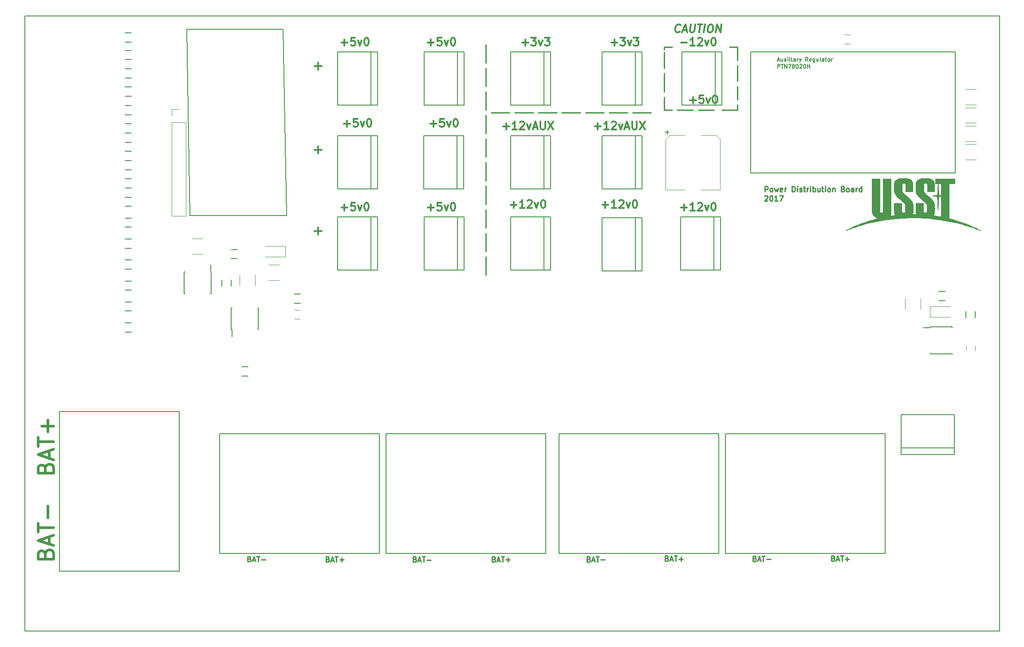
<source format=gbr>
G04 #@! TF.FileFunction,Legend,Top*
%FSLAX46Y46*%
G04 Gerber Fmt 4.6, Leading zero omitted, Abs format (unit mm)*
G04 Created by KiCad (PCBNEW 4.0.5) date 05/10/17 18:46:16*
%MOMM*%
%LPD*%
G01*
G04 APERTURE LIST*
%ADD10C,0.100000*%
%ADD11C,0.254000*%
%ADD12C,0.187500*%
%ADD13C,0.300000*%
%ADD14C,0.250000*%
%ADD15C,0.500000*%
%ADD16C,0.150000*%
%ADD17C,0.120000*%
%ADD18C,0.010000*%
G04 APERTURE END LIST*
D10*
D11*
X122623000Y123538000D02*
X126123000Y123538000D01*
X118123000Y123538000D02*
X121623000Y123538000D01*
X113623000Y123538000D02*
X117123000Y123538000D01*
X109123000Y123538000D02*
X112623000Y123538000D01*
X104623000Y123538000D02*
X108123000Y123538000D01*
X100123000Y123538000D02*
X103623000Y123538000D01*
X95623000Y123538000D02*
X99123000Y123538000D01*
D12*
X150265857Y133569250D02*
X150623000Y133569250D01*
X150194429Y133354964D02*
X150444429Y134104964D01*
X150694429Y133354964D01*
X151265857Y133854964D02*
X151265857Y133354964D01*
X150944428Y133854964D02*
X150944428Y133462107D01*
X150980143Y133390679D01*
X151051571Y133354964D01*
X151158714Y133354964D01*
X151230143Y133390679D01*
X151265857Y133426393D01*
X151551571Y133354964D02*
X151944428Y133854964D01*
X151551571Y133854964D02*
X151944428Y133354964D01*
X152230142Y133354964D02*
X152230142Y133854964D01*
X152230142Y134104964D02*
X152194428Y134069250D01*
X152230142Y134033536D01*
X152265857Y134069250D01*
X152230142Y134104964D01*
X152230142Y134033536D01*
X152694428Y133354964D02*
X152623000Y133390679D01*
X152587285Y133462107D01*
X152587285Y134104964D01*
X153087285Y133354964D02*
X153015857Y133390679D01*
X152980142Y133462107D01*
X152980142Y134104964D01*
X153694428Y133354964D02*
X153694428Y133747821D01*
X153658714Y133819250D01*
X153587285Y133854964D01*
X153444428Y133854964D01*
X153372999Y133819250D01*
X153694428Y133390679D02*
X153622999Y133354964D01*
X153444428Y133354964D01*
X153372999Y133390679D01*
X153337285Y133462107D01*
X153337285Y133533536D01*
X153372999Y133604964D01*
X153444428Y133640679D01*
X153622999Y133640679D01*
X153694428Y133676393D01*
X154051570Y133354964D02*
X154051570Y133854964D01*
X154051570Y133712107D02*
X154087285Y133783536D01*
X154122999Y133819250D01*
X154194428Y133854964D01*
X154265856Y133854964D01*
X154444428Y133854964D02*
X154622999Y133354964D01*
X154801571Y133854964D02*
X154622999Y133354964D01*
X154551571Y133176393D01*
X154515856Y133140679D01*
X154444428Y133104964D01*
X156087286Y133354964D02*
X155837286Y133712107D01*
X155658714Y133354964D02*
X155658714Y134104964D01*
X155944429Y134104964D01*
X156015857Y134069250D01*
X156051572Y134033536D01*
X156087286Y133962107D01*
X156087286Y133854964D01*
X156051572Y133783536D01*
X156015857Y133747821D01*
X155944429Y133712107D01*
X155658714Y133712107D01*
X156694429Y133390679D02*
X156623000Y133354964D01*
X156480143Y133354964D01*
X156408714Y133390679D01*
X156373000Y133462107D01*
X156373000Y133747821D01*
X156408714Y133819250D01*
X156480143Y133854964D01*
X156623000Y133854964D01*
X156694429Y133819250D01*
X156730143Y133747821D01*
X156730143Y133676393D01*
X156373000Y133604964D01*
X157373000Y133854964D02*
X157373000Y133247821D01*
X157337286Y133176393D01*
X157301571Y133140679D01*
X157230143Y133104964D01*
X157123000Y133104964D01*
X157051571Y133140679D01*
X157373000Y133390679D02*
X157301571Y133354964D01*
X157158714Y133354964D01*
X157087286Y133390679D01*
X157051571Y133426393D01*
X157015857Y133497821D01*
X157015857Y133712107D01*
X157051571Y133783536D01*
X157087286Y133819250D01*
X157158714Y133854964D01*
X157301571Y133854964D01*
X157373000Y133819250D01*
X158051571Y133854964D02*
X158051571Y133354964D01*
X157730142Y133854964D02*
X157730142Y133462107D01*
X157765857Y133390679D01*
X157837285Y133354964D01*
X157944428Y133354964D01*
X158015857Y133390679D01*
X158051571Y133426393D01*
X158515856Y133354964D02*
X158444428Y133390679D01*
X158408713Y133462107D01*
X158408713Y134104964D01*
X159122999Y133354964D02*
X159122999Y133747821D01*
X159087285Y133819250D01*
X159015856Y133854964D01*
X158872999Y133854964D01*
X158801570Y133819250D01*
X159122999Y133390679D02*
X159051570Y133354964D01*
X158872999Y133354964D01*
X158801570Y133390679D01*
X158765856Y133462107D01*
X158765856Y133533536D01*
X158801570Y133604964D01*
X158872999Y133640679D01*
X159051570Y133640679D01*
X159122999Y133676393D01*
X159372999Y133854964D02*
X159658713Y133854964D01*
X159480141Y134104964D02*
X159480141Y133462107D01*
X159515856Y133390679D01*
X159587284Y133354964D01*
X159658713Y133354964D01*
X160015855Y133354964D02*
X159944427Y133390679D01*
X159908712Y133426393D01*
X159872998Y133497821D01*
X159872998Y133712107D01*
X159908712Y133783536D01*
X159944427Y133819250D01*
X160015855Y133854964D01*
X160122998Y133854964D01*
X160194427Y133819250D01*
X160230141Y133783536D01*
X160265855Y133712107D01*
X160265855Y133497821D01*
X160230141Y133426393D01*
X160194427Y133390679D01*
X160122998Y133354964D01*
X160015855Y133354964D01*
X160587283Y133354964D02*
X160587283Y133854964D01*
X160587283Y133712107D02*
X160622998Y133783536D01*
X160658712Y133819250D01*
X160730141Y133854964D01*
X160801569Y133854964D01*
X150301571Y132042464D02*
X150301571Y132792464D01*
X150587286Y132792464D01*
X150658714Y132756750D01*
X150694429Y132721036D01*
X150730143Y132649607D01*
X150730143Y132542464D01*
X150694429Y132471036D01*
X150658714Y132435321D01*
X150587286Y132399607D01*
X150301571Y132399607D01*
X150944429Y132792464D02*
X151373000Y132792464D01*
X151158714Y132042464D02*
X151158714Y132792464D01*
X151623000Y132042464D02*
X151623000Y132792464D01*
X152051572Y132042464D01*
X152051572Y132792464D01*
X152337286Y132792464D02*
X152837286Y132792464D01*
X152515857Y132042464D01*
X153230143Y132471036D02*
X153158715Y132506750D01*
X153123000Y132542464D01*
X153087286Y132613893D01*
X153087286Y132649607D01*
X153123000Y132721036D01*
X153158715Y132756750D01*
X153230143Y132792464D01*
X153373000Y132792464D01*
X153444429Y132756750D01*
X153480143Y132721036D01*
X153515858Y132649607D01*
X153515858Y132613893D01*
X153480143Y132542464D01*
X153444429Y132506750D01*
X153373000Y132471036D01*
X153230143Y132471036D01*
X153158715Y132435321D01*
X153123000Y132399607D01*
X153087286Y132328179D01*
X153087286Y132185321D01*
X153123000Y132113893D01*
X153158715Y132078179D01*
X153230143Y132042464D01*
X153373000Y132042464D01*
X153444429Y132078179D01*
X153480143Y132113893D01*
X153515858Y132185321D01*
X153515858Y132328179D01*
X153480143Y132399607D01*
X153444429Y132435321D01*
X153373000Y132471036D01*
X153980144Y132792464D02*
X154051572Y132792464D01*
X154123001Y132756750D01*
X154158715Y132721036D01*
X154194429Y132649607D01*
X154230144Y132506750D01*
X154230144Y132328179D01*
X154194429Y132185321D01*
X154158715Y132113893D01*
X154123001Y132078179D01*
X154051572Y132042464D01*
X153980144Y132042464D01*
X153908715Y132078179D01*
X153873001Y132113893D01*
X153837286Y132185321D01*
X153801572Y132328179D01*
X153801572Y132506750D01*
X153837286Y132649607D01*
X153873001Y132721036D01*
X153908715Y132756750D01*
X153980144Y132792464D01*
X154515858Y132721036D02*
X154551572Y132756750D01*
X154623001Y132792464D01*
X154801572Y132792464D01*
X154873001Y132756750D01*
X154908715Y132721036D01*
X154944430Y132649607D01*
X154944430Y132578179D01*
X154908715Y132471036D01*
X154480144Y132042464D01*
X154944430Y132042464D01*
X155408716Y132792464D02*
X155480144Y132792464D01*
X155551573Y132756750D01*
X155587287Y132721036D01*
X155623001Y132649607D01*
X155658716Y132506750D01*
X155658716Y132328179D01*
X155623001Y132185321D01*
X155587287Y132113893D01*
X155551573Y132078179D01*
X155480144Y132042464D01*
X155408716Y132042464D01*
X155337287Y132078179D01*
X155301573Y132113893D01*
X155265858Y132185321D01*
X155230144Y132328179D01*
X155230144Y132506750D01*
X155265858Y132649607D01*
X155301573Y132721036D01*
X155337287Y132756750D01*
X155408716Y132792464D01*
X155980144Y132042464D02*
X155980144Y132792464D01*
X155980144Y132435321D02*
X156408716Y132435321D01*
X156408716Y132042464D02*
X156408716Y132792464D01*
D11*
X94623000Y96038000D02*
X94623000Y92538000D01*
X94623000Y100538000D02*
X94623000Y97038000D01*
X94623000Y105038000D02*
X94623000Y101538000D01*
X94623000Y109538000D02*
X94623000Y106038000D01*
X94623000Y114038000D02*
X94623000Y110538000D01*
X94623000Y118538000D02*
X94623000Y115038000D01*
X94623000Y123038000D02*
X94623000Y119538000D01*
X94623000Y127538000D02*
X94623000Y124038000D01*
X94623000Y132038000D02*
X94623000Y128538000D01*
X94623000Y136538000D02*
X94623000Y133038000D01*
X142623000Y136038000D02*
X141123000Y136038000D01*
X142623000Y133538000D02*
X142623000Y136038000D01*
X142623000Y129538000D02*
X142623000Y132538000D01*
X142623000Y126038000D02*
X142623000Y128538000D01*
X142623000Y124038000D02*
X142623000Y125038000D01*
X139623000Y124038000D02*
X142623000Y124038000D01*
D13*
X67051572Y105430857D02*
X68194429Y105430857D01*
X67623000Y104859429D02*
X67623000Y106002286D01*
X69623001Y106359429D02*
X68908715Y106359429D01*
X68837286Y105645143D01*
X68908715Y105716571D01*
X69051572Y105788000D01*
X69408715Y105788000D01*
X69551572Y105716571D01*
X69623001Y105645143D01*
X69694429Y105502286D01*
X69694429Y105145143D01*
X69623001Y105002286D01*
X69551572Y104930857D01*
X69408715Y104859429D01*
X69051572Y104859429D01*
X68908715Y104930857D01*
X68837286Y105002286D01*
X70194429Y105859429D02*
X70551572Y104859429D01*
X70908714Y105859429D01*
X71765857Y106359429D02*
X71908714Y106359429D01*
X72051571Y106288000D01*
X72123000Y106216571D01*
X72194429Y106073714D01*
X72265857Y105788000D01*
X72265857Y105430857D01*
X72194429Y105145143D01*
X72123000Y105002286D01*
X72051571Y104930857D01*
X71908714Y104859429D01*
X71765857Y104859429D01*
X71623000Y104930857D01*
X71551571Y105002286D01*
X71480143Y105145143D01*
X71408714Y105430857D01*
X71408714Y105788000D01*
X71480143Y106073714D01*
X71551571Y106216571D01*
X71623000Y106288000D01*
X71765857Y106359429D01*
X83551572Y105430857D02*
X84694429Y105430857D01*
X84123000Y104859429D02*
X84123000Y106002286D01*
X86123001Y106359429D02*
X85408715Y106359429D01*
X85337286Y105645143D01*
X85408715Y105716571D01*
X85551572Y105788000D01*
X85908715Y105788000D01*
X86051572Y105716571D01*
X86123001Y105645143D01*
X86194429Y105502286D01*
X86194429Y105145143D01*
X86123001Y105002286D01*
X86051572Y104930857D01*
X85908715Y104859429D01*
X85551572Y104859429D01*
X85408715Y104930857D01*
X85337286Y105002286D01*
X86694429Y105859429D02*
X87051572Y104859429D01*
X87408714Y105859429D01*
X88265857Y106359429D02*
X88408714Y106359429D01*
X88551571Y106288000D01*
X88623000Y106216571D01*
X88694429Y106073714D01*
X88765857Y105788000D01*
X88765857Y105430857D01*
X88694429Y105145143D01*
X88623000Y105002286D01*
X88551571Y104930857D01*
X88408714Y104859429D01*
X88265857Y104859429D01*
X88123000Y104930857D01*
X88051571Y105002286D01*
X87980143Y105145143D01*
X87908714Y105430857D01*
X87908714Y105788000D01*
X87980143Y106073714D01*
X88051571Y106216571D01*
X88123000Y106288000D01*
X88265857Y106359429D01*
X67051572Y136930857D02*
X68194429Y136930857D01*
X67623000Y136359429D02*
X67623000Y137502286D01*
X69623001Y137859429D02*
X68908715Y137859429D01*
X68837286Y137145143D01*
X68908715Y137216571D01*
X69051572Y137288000D01*
X69408715Y137288000D01*
X69551572Y137216571D01*
X69623001Y137145143D01*
X69694429Y137002286D01*
X69694429Y136645143D01*
X69623001Y136502286D01*
X69551572Y136430857D01*
X69408715Y136359429D01*
X69051572Y136359429D01*
X68908715Y136430857D01*
X68837286Y136502286D01*
X70194429Y137359429D02*
X70551572Y136359429D01*
X70908714Y137359429D01*
X71765857Y137859429D02*
X71908714Y137859429D01*
X72051571Y137788000D01*
X72123000Y137716571D01*
X72194429Y137573714D01*
X72265857Y137288000D01*
X72265857Y136930857D01*
X72194429Y136645143D01*
X72123000Y136502286D01*
X72051571Y136430857D01*
X71908714Y136359429D01*
X71765857Y136359429D01*
X71623000Y136430857D01*
X71551571Y136502286D01*
X71480143Y136645143D01*
X71408714Y136930857D01*
X71408714Y137288000D01*
X71480143Y137573714D01*
X71551571Y137716571D01*
X71623000Y137788000D01*
X71765857Y137859429D01*
D14*
X160885858Y38449429D02*
X161028715Y38401810D01*
X161076334Y38354190D01*
X161123953Y38258952D01*
X161123953Y38116095D01*
X161076334Y38020857D01*
X161028715Y37973238D01*
X160933477Y37925619D01*
X160552524Y37925619D01*
X160552524Y38925619D01*
X160885858Y38925619D01*
X160981096Y38878000D01*
X161028715Y38830381D01*
X161076334Y38735143D01*
X161076334Y38639905D01*
X161028715Y38544667D01*
X160981096Y38497048D01*
X160885858Y38449429D01*
X160552524Y38449429D01*
X161504905Y38211333D02*
X161981096Y38211333D01*
X161409667Y37925619D02*
X161743000Y38925619D01*
X162076334Y37925619D01*
X162266810Y38925619D02*
X162838239Y38925619D01*
X162552524Y37925619D02*
X162552524Y38925619D01*
X163171572Y38306571D02*
X163933477Y38306571D01*
X163552525Y37925619D02*
X163552525Y38687524D01*
X129165858Y38459429D02*
X129308715Y38411810D01*
X129356334Y38364190D01*
X129403953Y38268952D01*
X129403953Y38126095D01*
X129356334Y38030857D01*
X129308715Y37983238D01*
X129213477Y37935619D01*
X128832524Y37935619D01*
X128832524Y38935619D01*
X129165858Y38935619D01*
X129261096Y38888000D01*
X129308715Y38840381D01*
X129356334Y38745143D01*
X129356334Y38649905D01*
X129308715Y38554667D01*
X129261096Y38507048D01*
X129165858Y38459429D01*
X128832524Y38459429D01*
X129784905Y38221333D02*
X130261096Y38221333D01*
X129689667Y37935619D02*
X130023000Y38935619D01*
X130356334Y37935619D01*
X130546810Y38935619D02*
X131118239Y38935619D01*
X130832524Y37935619D02*
X130832524Y38935619D01*
X131451572Y38316571D02*
X132213477Y38316571D01*
X131832525Y37935619D02*
X131832525Y38697524D01*
X96155858Y38309429D02*
X96298715Y38261810D01*
X96346334Y38214190D01*
X96393953Y38118952D01*
X96393953Y37976095D01*
X96346334Y37880857D01*
X96298715Y37833238D01*
X96203477Y37785619D01*
X95822524Y37785619D01*
X95822524Y38785619D01*
X96155858Y38785619D01*
X96251096Y38738000D01*
X96298715Y38690381D01*
X96346334Y38595143D01*
X96346334Y38499905D01*
X96298715Y38404667D01*
X96251096Y38357048D01*
X96155858Y38309429D01*
X95822524Y38309429D01*
X96774905Y38071333D02*
X97251096Y38071333D01*
X96679667Y37785619D02*
X97013000Y38785619D01*
X97346334Y37785619D01*
X97536810Y38785619D02*
X98108239Y38785619D01*
X97822524Y37785619D02*
X97822524Y38785619D01*
X98441572Y38166571D02*
X99203477Y38166571D01*
X98822525Y37785619D02*
X98822525Y38547524D01*
X64445858Y38309429D02*
X64588715Y38261810D01*
X64636334Y38214190D01*
X64683953Y38118952D01*
X64683953Y37976095D01*
X64636334Y37880857D01*
X64588715Y37833238D01*
X64493477Y37785619D01*
X64112524Y37785619D01*
X64112524Y38785619D01*
X64445858Y38785619D01*
X64541096Y38738000D01*
X64588715Y38690381D01*
X64636334Y38595143D01*
X64636334Y38499905D01*
X64588715Y38404667D01*
X64541096Y38357048D01*
X64445858Y38309429D01*
X64112524Y38309429D01*
X65064905Y38071333D02*
X65541096Y38071333D01*
X64969667Y37785619D02*
X65303000Y38785619D01*
X65636334Y37785619D01*
X65826810Y38785619D02*
X66398239Y38785619D01*
X66112524Y37785619D02*
X66112524Y38785619D01*
X66731572Y38166571D02*
X67493477Y38166571D01*
X67112525Y37785619D02*
X67112525Y38547524D01*
X145895858Y38419429D02*
X146038715Y38371810D01*
X146086334Y38324190D01*
X146133953Y38228952D01*
X146133953Y38086095D01*
X146086334Y37990857D01*
X146038715Y37943238D01*
X145943477Y37895619D01*
X145562524Y37895619D01*
X145562524Y38895619D01*
X145895858Y38895619D01*
X145991096Y38848000D01*
X146038715Y38800381D01*
X146086334Y38705143D01*
X146086334Y38609905D01*
X146038715Y38514667D01*
X145991096Y38467048D01*
X145895858Y38419429D01*
X145562524Y38419429D01*
X146514905Y38181333D02*
X146991096Y38181333D01*
X146419667Y37895619D02*
X146753000Y38895619D01*
X147086334Y37895619D01*
X147276810Y38895619D02*
X147848239Y38895619D01*
X147562524Y37895619D02*
X147562524Y38895619D01*
X148181572Y38276571D02*
X148943477Y38276571D01*
X114255858Y38339429D02*
X114398715Y38291810D01*
X114446334Y38244190D01*
X114493953Y38148952D01*
X114493953Y38006095D01*
X114446334Y37910857D01*
X114398715Y37863238D01*
X114303477Y37815619D01*
X113922524Y37815619D01*
X113922524Y38815619D01*
X114255858Y38815619D01*
X114351096Y38768000D01*
X114398715Y38720381D01*
X114446334Y38625143D01*
X114446334Y38529905D01*
X114398715Y38434667D01*
X114351096Y38387048D01*
X114255858Y38339429D01*
X113922524Y38339429D01*
X114874905Y38101333D02*
X115351096Y38101333D01*
X114779667Y37815619D02*
X115113000Y38815619D01*
X115446334Y37815619D01*
X115636810Y38815619D02*
X116208239Y38815619D01*
X115922524Y37815619D02*
X115922524Y38815619D01*
X116541572Y38196571D02*
X117303477Y38196571D01*
X81075858Y38289429D02*
X81218715Y38241810D01*
X81266334Y38194190D01*
X81313953Y38098952D01*
X81313953Y37956095D01*
X81266334Y37860857D01*
X81218715Y37813238D01*
X81123477Y37765619D01*
X80742524Y37765619D01*
X80742524Y38765619D01*
X81075858Y38765619D01*
X81171096Y38718000D01*
X81218715Y38670381D01*
X81266334Y38575143D01*
X81266334Y38479905D01*
X81218715Y38384667D01*
X81171096Y38337048D01*
X81075858Y38289429D01*
X80742524Y38289429D01*
X81694905Y38051333D02*
X82171096Y38051333D01*
X81599667Y37765619D02*
X81933000Y38765619D01*
X82266334Y37765619D01*
X82456810Y38765619D02*
X83028239Y38765619D01*
X82742524Y37765619D02*
X82742524Y38765619D01*
X83361572Y38146571D02*
X84123477Y38146571D01*
X49485858Y38349429D02*
X49628715Y38301810D01*
X49676334Y38254190D01*
X49723953Y38158952D01*
X49723953Y38016095D01*
X49676334Y37920857D01*
X49628715Y37873238D01*
X49533477Y37825619D01*
X49152524Y37825619D01*
X49152524Y38825619D01*
X49485858Y38825619D01*
X49581096Y38778000D01*
X49628715Y38730381D01*
X49676334Y38635143D01*
X49676334Y38539905D01*
X49628715Y38444667D01*
X49581096Y38397048D01*
X49485858Y38349429D01*
X49152524Y38349429D01*
X50104905Y38111333D02*
X50581096Y38111333D01*
X50009667Y37825619D02*
X50343000Y38825619D01*
X50676334Y37825619D01*
X50866810Y38825619D02*
X51438239Y38825619D01*
X51152524Y37825619D02*
X51152524Y38825619D01*
X51771572Y38206571D02*
X52533477Y38206571D01*
D15*
X10568714Y55686572D02*
X10711571Y56115143D01*
X10854429Y56258000D01*
X11140143Y56400857D01*
X11568714Y56400857D01*
X11854429Y56258000D01*
X11997286Y56115143D01*
X12140143Y55829429D01*
X12140143Y54686572D01*
X9140143Y54686572D01*
X9140143Y55686572D01*
X9283000Y55972286D01*
X9425857Y56115143D01*
X9711571Y56258000D01*
X9997286Y56258000D01*
X10283000Y56115143D01*
X10425857Y55972286D01*
X10568714Y55686572D01*
X10568714Y54686572D01*
X11283000Y57543715D02*
X11283000Y58972286D01*
X12140143Y57258000D02*
X9140143Y58258000D01*
X12140143Y59258000D01*
X9140143Y59829429D02*
X9140143Y61543715D01*
X12140143Y60686572D02*
X9140143Y60686572D01*
X10997286Y62543715D02*
X10997286Y64829429D01*
X12140143Y63686572D02*
X9854429Y63686572D01*
X10568714Y39306572D02*
X10711571Y39735143D01*
X10854429Y39878000D01*
X11140143Y40020857D01*
X11568714Y40020857D01*
X11854429Y39878000D01*
X11997286Y39735143D01*
X12140143Y39449429D01*
X12140143Y38306572D01*
X9140143Y38306572D01*
X9140143Y39306572D01*
X9283000Y39592286D01*
X9425857Y39735143D01*
X9711571Y39878000D01*
X9997286Y39878000D01*
X10283000Y39735143D01*
X10425857Y39592286D01*
X10568714Y39306572D01*
X10568714Y38306572D01*
X11283000Y41163715D02*
X11283000Y42592286D01*
X12140143Y40878000D02*
X9140143Y41878000D01*
X12140143Y42878000D01*
X9140143Y43449429D02*
X9140143Y45163715D01*
X12140143Y44306572D02*
X9140143Y44306572D01*
X10997286Y46163715D02*
X10997286Y48449429D01*
D14*
X147861095Y108460619D02*
X147861095Y109460619D01*
X148242048Y109460619D01*
X148337286Y109413000D01*
X148384905Y109365381D01*
X148432524Y109270143D01*
X148432524Y109127286D01*
X148384905Y109032048D01*
X148337286Y108984429D01*
X148242048Y108936810D01*
X147861095Y108936810D01*
X149003952Y108460619D02*
X148908714Y108508238D01*
X148861095Y108555857D01*
X148813476Y108651095D01*
X148813476Y108936810D01*
X148861095Y109032048D01*
X148908714Y109079667D01*
X149003952Y109127286D01*
X149146810Y109127286D01*
X149242048Y109079667D01*
X149289667Y109032048D01*
X149337286Y108936810D01*
X149337286Y108651095D01*
X149289667Y108555857D01*
X149242048Y108508238D01*
X149146810Y108460619D01*
X149003952Y108460619D01*
X149670619Y109127286D02*
X149861095Y108460619D01*
X150051572Y108936810D01*
X150242048Y108460619D01*
X150432524Y109127286D01*
X151194429Y108508238D02*
X151099191Y108460619D01*
X150908714Y108460619D01*
X150813476Y108508238D01*
X150765857Y108603476D01*
X150765857Y108984429D01*
X150813476Y109079667D01*
X150908714Y109127286D01*
X151099191Y109127286D01*
X151194429Y109079667D01*
X151242048Y108984429D01*
X151242048Y108889190D01*
X150765857Y108793952D01*
X151670619Y108460619D02*
X151670619Y109127286D01*
X151670619Y108936810D02*
X151718238Y109032048D01*
X151765857Y109079667D01*
X151861095Y109127286D01*
X151956334Y109127286D01*
X153051572Y108460619D02*
X153051572Y109460619D01*
X153289667Y109460619D01*
X153432525Y109413000D01*
X153527763Y109317762D01*
X153575382Y109222524D01*
X153623001Y109032048D01*
X153623001Y108889190D01*
X153575382Y108698714D01*
X153527763Y108603476D01*
X153432525Y108508238D01*
X153289667Y108460619D01*
X153051572Y108460619D01*
X154051572Y108460619D02*
X154051572Y109127286D01*
X154051572Y109460619D02*
X154003953Y109413000D01*
X154051572Y109365381D01*
X154099191Y109413000D01*
X154051572Y109460619D01*
X154051572Y109365381D01*
X154480143Y108508238D02*
X154575381Y108460619D01*
X154765857Y108460619D01*
X154861096Y108508238D01*
X154908715Y108603476D01*
X154908715Y108651095D01*
X154861096Y108746333D01*
X154765857Y108793952D01*
X154623000Y108793952D01*
X154527762Y108841571D01*
X154480143Y108936810D01*
X154480143Y108984429D01*
X154527762Y109079667D01*
X154623000Y109127286D01*
X154765857Y109127286D01*
X154861096Y109079667D01*
X155194429Y109127286D02*
X155575381Y109127286D01*
X155337286Y109460619D02*
X155337286Y108603476D01*
X155384905Y108508238D01*
X155480143Y108460619D01*
X155575381Y108460619D01*
X155908715Y108460619D02*
X155908715Y109127286D01*
X155908715Y108936810D02*
X155956334Y109032048D01*
X156003953Y109079667D01*
X156099191Y109127286D01*
X156194430Y109127286D01*
X156527763Y108460619D02*
X156527763Y109127286D01*
X156527763Y109460619D02*
X156480144Y109413000D01*
X156527763Y109365381D01*
X156575382Y109413000D01*
X156527763Y109460619D01*
X156527763Y109365381D01*
X157003953Y108460619D02*
X157003953Y109460619D01*
X157003953Y109079667D02*
X157099191Y109127286D01*
X157289668Y109127286D01*
X157384906Y109079667D01*
X157432525Y109032048D01*
X157480144Y108936810D01*
X157480144Y108651095D01*
X157432525Y108555857D01*
X157384906Y108508238D01*
X157289668Y108460619D01*
X157099191Y108460619D01*
X157003953Y108508238D01*
X158337287Y109127286D02*
X158337287Y108460619D01*
X157908715Y109127286D02*
X157908715Y108603476D01*
X157956334Y108508238D01*
X158051572Y108460619D01*
X158194430Y108460619D01*
X158289668Y108508238D01*
X158337287Y108555857D01*
X158670620Y109127286D02*
X159051572Y109127286D01*
X158813477Y109460619D02*
X158813477Y108603476D01*
X158861096Y108508238D01*
X158956334Y108460619D01*
X159051572Y108460619D01*
X159384906Y108460619D02*
X159384906Y109127286D01*
X159384906Y109460619D02*
X159337287Y109413000D01*
X159384906Y109365381D01*
X159432525Y109413000D01*
X159384906Y109460619D01*
X159384906Y109365381D01*
X160003953Y108460619D02*
X159908715Y108508238D01*
X159861096Y108555857D01*
X159813477Y108651095D01*
X159813477Y108936810D01*
X159861096Y109032048D01*
X159908715Y109079667D01*
X160003953Y109127286D01*
X160146811Y109127286D01*
X160242049Y109079667D01*
X160289668Y109032048D01*
X160337287Y108936810D01*
X160337287Y108651095D01*
X160289668Y108555857D01*
X160242049Y108508238D01*
X160146811Y108460619D01*
X160003953Y108460619D01*
X160765858Y109127286D02*
X160765858Y108460619D01*
X160765858Y109032048D02*
X160813477Y109079667D01*
X160908715Y109127286D01*
X161051573Y109127286D01*
X161146811Y109079667D01*
X161194430Y108984429D01*
X161194430Y108460619D01*
X162765859Y108984429D02*
X162908716Y108936810D01*
X162956335Y108889190D01*
X163003954Y108793952D01*
X163003954Y108651095D01*
X162956335Y108555857D01*
X162908716Y108508238D01*
X162813478Y108460619D01*
X162432525Y108460619D01*
X162432525Y109460619D01*
X162765859Y109460619D01*
X162861097Y109413000D01*
X162908716Y109365381D01*
X162956335Y109270143D01*
X162956335Y109174905D01*
X162908716Y109079667D01*
X162861097Y109032048D01*
X162765859Y108984429D01*
X162432525Y108984429D01*
X163575382Y108460619D02*
X163480144Y108508238D01*
X163432525Y108555857D01*
X163384906Y108651095D01*
X163384906Y108936810D01*
X163432525Y109032048D01*
X163480144Y109079667D01*
X163575382Y109127286D01*
X163718240Y109127286D01*
X163813478Y109079667D01*
X163861097Y109032048D01*
X163908716Y108936810D01*
X163908716Y108651095D01*
X163861097Y108555857D01*
X163813478Y108508238D01*
X163718240Y108460619D01*
X163575382Y108460619D01*
X164765859Y108460619D02*
X164765859Y108984429D01*
X164718240Y109079667D01*
X164623002Y109127286D01*
X164432525Y109127286D01*
X164337287Y109079667D01*
X164765859Y108508238D02*
X164670621Y108460619D01*
X164432525Y108460619D01*
X164337287Y108508238D01*
X164289668Y108603476D01*
X164289668Y108698714D01*
X164337287Y108793952D01*
X164432525Y108841571D01*
X164670621Y108841571D01*
X164765859Y108889190D01*
X165242049Y108460619D02*
X165242049Y109127286D01*
X165242049Y108936810D02*
X165289668Y109032048D01*
X165337287Y109079667D01*
X165432525Y109127286D01*
X165527764Y109127286D01*
X166289669Y108460619D02*
X166289669Y109460619D01*
X166289669Y108508238D02*
X166194431Y108460619D01*
X166003954Y108460619D01*
X165908716Y108508238D01*
X165861097Y108555857D01*
X165813478Y108651095D01*
X165813478Y108936810D01*
X165861097Y109032048D01*
X165908716Y109079667D01*
X166003954Y109127286D01*
X166194431Y109127286D01*
X166289669Y109079667D01*
X147813476Y107615381D02*
X147861095Y107663000D01*
X147956333Y107710619D01*
X148194429Y107710619D01*
X148289667Y107663000D01*
X148337286Y107615381D01*
X148384905Y107520143D01*
X148384905Y107424905D01*
X148337286Y107282048D01*
X147765857Y106710619D01*
X148384905Y106710619D01*
X149003952Y107710619D02*
X149099191Y107710619D01*
X149194429Y107663000D01*
X149242048Y107615381D01*
X149289667Y107520143D01*
X149337286Y107329667D01*
X149337286Y107091571D01*
X149289667Y106901095D01*
X149242048Y106805857D01*
X149194429Y106758238D01*
X149099191Y106710619D01*
X149003952Y106710619D01*
X148908714Y106758238D01*
X148861095Y106805857D01*
X148813476Y106901095D01*
X148765857Y107091571D01*
X148765857Y107329667D01*
X148813476Y107520143D01*
X148861095Y107615381D01*
X148908714Y107663000D01*
X149003952Y107710619D01*
X150289667Y106710619D02*
X149718238Y106710619D01*
X150003952Y106710619D02*
X150003952Y107710619D01*
X149908714Y107567762D01*
X149813476Y107472524D01*
X149718238Y107424905D01*
X150623000Y107710619D02*
X151289667Y107710619D01*
X150861095Y106710619D01*
D11*
X128623000Y136038000D02*
X130123000Y136038000D01*
X128623000Y135538000D02*
X128623000Y136038000D01*
X128623000Y132038000D02*
X128623000Y135038000D01*
X135123000Y124038000D02*
X138123000Y124038000D01*
X131123000Y124038000D02*
X134123000Y124038000D01*
X128623000Y124038000D02*
X130123000Y124038000D01*
X128623000Y126538000D02*
X128623000Y124038000D01*
X128623000Y131038000D02*
X128623000Y127538000D01*
D13*
X61945667Y100911000D02*
X63300334Y100911000D01*
X62623001Y100233667D02*
X62623001Y101588333D01*
X61945667Y116411000D02*
X63300334Y116411000D01*
X62623001Y115733667D02*
X62623001Y117088333D01*
X61945667Y132411000D02*
X63300334Y132411000D01*
X62623001Y131733667D02*
X62623001Y133088333D01*
X115408715Y120930857D02*
X116551572Y120930857D01*
X115980143Y120359429D02*
X115980143Y121502286D01*
X118051572Y120359429D02*
X117194429Y120359429D01*
X117623001Y120359429D02*
X117623001Y121859429D01*
X117480144Y121645143D01*
X117337286Y121502286D01*
X117194429Y121430857D01*
X118623000Y121716571D02*
X118694429Y121788000D01*
X118837286Y121859429D01*
X119194429Y121859429D01*
X119337286Y121788000D01*
X119408715Y121716571D01*
X119480143Y121573714D01*
X119480143Y121430857D01*
X119408715Y121216571D01*
X118551572Y120359429D01*
X119480143Y120359429D01*
X119980143Y121359429D02*
X120337286Y120359429D01*
X120694428Y121359429D01*
X121194428Y120788000D02*
X121908714Y120788000D01*
X121051571Y120359429D02*
X121551571Y121859429D01*
X122051571Y120359429D01*
X122551571Y121859429D02*
X122551571Y120645143D01*
X122622999Y120502286D01*
X122694428Y120430857D01*
X122837285Y120359429D01*
X123122999Y120359429D01*
X123265857Y120430857D01*
X123337285Y120502286D01*
X123408714Y120645143D01*
X123408714Y121859429D01*
X123980143Y121859429D02*
X124980143Y120359429D01*
X124980143Y121859429D02*
X123980143Y120359429D01*
X97908715Y120930857D02*
X99051572Y120930857D01*
X98480143Y120359429D02*
X98480143Y121502286D01*
X100551572Y120359429D02*
X99694429Y120359429D01*
X100123001Y120359429D02*
X100123001Y121859429D01*
X99980144Y121645143D01*
X99837286Y121502286D01*
X99694429Y121430857D01*
X101123000Y121716571D02*
X101194429Y121788000D01*
X101337286Y121859429D01*
X101694429Y121859429D01*
X101837286Y121788000D01*
X101908715Y121716571D01*
X101980143Y121573714D01*
X101980143Y121430857D01*
X101908715Y121216571D01*
X101051572Y120359429D01*
X101980143Y120359429D01*
X102480143Y121359429D02*
X102837286Y120359429D01*
X103194428Y121359429D01*
X103694428Y120788000D02*
X104408714Y120788000D01*
X103551571Y120359429D02*
X104051571Y121859429D01*
X104551571Y120359429D01*
X105051571Y121859429D02*
X105051571Y120645143D01*
X105122999Y120502286D01*
X105194428Y120430857D01*
X105337285Y120359429D01*
X105622999Y120359429D01*
X105765857Y120430857D01*
X105837285Y120502286D01*
X105908714Y120645143D01*
X105908714Y121859429D01*
X106480143Y121859429D02*
X107480143Y120359429D01*
X107480143Y121859429D02*
X106480143Y120359429D01*
X99337287Y105930857D02*
X100480144Y105930857D01*
X99908715Y105359429D02*
X99908715Y106502286D01*
X101980144Y105359429D02*
X101123001Y105359429D01*
X101551573Y105359429D02*
X101551573Y106859429D01*
X101408716Y106645143D01*
X101265858Y106502286D01*
X101123001Y106430857D01*
X102551572Y106716571D02*
X102623001Y106788000D01*
X102765858Y106859429D01*
X103123001Y106859429D01*
X103265858Y106788000D01*
X103337287Y106716571D01*
X103408715Y106573714D01*
X103408715Y106430857D01*
X103337287Y106216571D01*
X102480144Y105359429D01*
X103408715Y105359429D01*
X103908715Y106359429D02*
X104265858Y105359429D01*
X104623000Y106359429D01*
X105480143Y106859429D02*
X105623000Y106859429D01*
X105765857Y106788000D01*
X105837286Y106716571D01*
X105908715Y106573714D01*
X105980143Y106288000D01*
X105980143Y105930857D01*
X105908715Y105645143D01*
X105837286Y105502286D01*
X105765857Y105430857D01*
X105623000Y105359429D01*
X105480143Y105359429D01*
X105337286Y105430857D01*
X105265857Y105502286D01*
X105194429Y105645143D01*
X105123000Y105930857D01*
X105123000Y106288000D01*
X105194429Y106573714D01*
X105265857Y106716571D01*
X105337286Y106788000D01*
X105480143Y106859429D01*
X116837287Y105930857D02*
X117980144Y105930857D01*
X117408715Y105359429D02*
X117408715Y106502286D01*
X119480144Y105359429D02*
X118623001Y105359429D01*
X119051573Y105359429D02*
X119051573Y106859429D01*
X118908716Y106645143D01*
X118765858Y106502286D01*
X118623001Y106430857D01*
X120051572Y106716571D02*
X120123001Y106788000D01*
X120265858Y106859429D01*
X120623001Y106859429D01*
X120765858Y106788000D01*
X120837287Y106716571D01*
X120908715Y106573714D01*
X120908715Y106430857D01*
X120837287Y106216571D01*
X119980144Y105359429D01*
X120908715Y105359429D01*
X121408715Y106359429D02*
X121765858Y105359429D01*
X122123000Y106359429D01*
X122980143Y106859429D02*
X123123000Y106859429D01*
X123265857Y106788000D01*
X123337286Y106716571D01*
X123408715Y106573714D01*
X123480143Y106288000D01*
X123480143Y105930857D01*
X123408715Y105645143D01*
X123337286Y105502286D01*
X123265857Y105430857D01*
X123123000Y105359429D01*
X122980143Y105359429D01*
X122837286Y105430857D01*
X122765857Y105502286D01*
X122694429Y105645143D01*
X122623000Y105930857D01*
X122623000Y106288000D01*
X122694429Y106573714D01*
X122765857Y106716571D01*
X122837286Y106788000D01*
X122980143Y106859429D01*
X131837287Y105430857D02*
X132980144Y105430857D01*
X132408715Y104859429D02*
X132408715Y106002286D01*
X134480144Y104859429D02*
X133623001Y104859429D01*
X134051573Y104859429D02*
X134051573Y106359429D01*
X133908716Y106145143D01*
X133765858Y106002286D01*
X133623001Y105930857D01*
X135051572Y106216571D02*
X135123001Y106288000D01*
X135265858Y106359429D01*
X135623001Y106359429D01*
X135765858Y106288000D01*
X135837287Y106216571D01*
X135908715Y106073714D01*
X135908715Y105930857D01*
X135837287Y105716571D01*
X134980144Y104859429D01*
X135908715Y104859429D01*
X136408715Y105859429D02*
X136765858Y104859429D01*
X137123000Y105859429D01*
X137980143Y106359429D02*
X138123000Y106359429D01*
X138265857Y106288000D01*
X138337286Y106216571D01*
X138408715Y106073714D01*
X138480143Y105788000D01*
X138480143Y105430857D01*
X138408715Y105145143D01*
X138337286Y105002286D01*
X138265857Y104930857D01*
X138123000Y104859429D01*
X137980143Y104859429D01*
X137837286Y104930857D01*
X137765857Y105002286D01*
X137694429Y105145143D01*
X137623000Y105430857D01*
X137623000Y105788000D01*
X137694429Y106073714D01*
X137765857Y106216571D01*
X137837286Y106288000D01*
X137980143Y106359429D01*
X133551572Y125930857D02*
X134694429Y125930857D01*
X134123000Y125359429D02*
X134123000Y126502286D01*
X136123001Y126859429D02*
X135408715Y126859429D01*
X135337286Y126145143D01*
X135408715Y126216571D01*
X135551572Y126288000D01*
X135908715Y126288000D01*
X136051572Y126216571D01*
X136123001Y126145143D01*
X136194429Y126002286D01*
X136194429Y125645143D01*
X136123001Y125502286D01*
X136051572Y125430857D01*
X135908715Y125359429D01*
X135551572Y125359429D01*
X135408715Y125430857D01*
X135337286Y125502286D01*
X136694429Y126359429D02*
X137051572Y125359429D01*
X137408714Y126359429D01*
X138265857Y126859429D02*
X138408714Y126859429D01*
X138551571Y126788000D01*
X138623000Y126716571D01*
X138694429Y126573714D01*
X138765857Y126288000D01*
X138765857Y125930857D01*
X138694429Y125645143D01*
X138623000Y125502286D01*
X138551571Y125430857D01*
X138408714Y125359429D01*
X138265857Y125359429D01*
X138123000Y125430857D01*
X138051571Y125502286D01*
X137980143Y125645143D01*
X137908714Y125930857D01*
X137908714Y126288000D01*
X137980143Y126573714D01*
X138051571Y126716571D01*
X138123000Y126788000D01*
X138265857Y126859429D01*
X83551572Y136930857D02*
X84694429Y136930857D01*
X84123000Y136359429D02*
X84123000Y137502286D01*
X86123001Y137859429D02*
X85408715Y137859429D01*
X85337286Y137145143D01*
X85408715Y137216571D01*
X85551572Y137288000D01*
X85908715Y137288000D01*
X86051572Y137216571D01*
X86123001Y137145143D01*
X86194429Y137002286D01*
X86194429Y136645143D01*
X86123001Y136502286D01*
X86051572Y136430857D01*
X85908715Y136359429D01*
X85551572Y136359429D01*
X85408715Y136430857D01*
X85337286Y136502286D01*
X86694429Y137359429D02*
X87051572Y136359429D01*
X87408714Y137359429D01*
X88265857Y137859429D02*
X88408714Y137859429D01*
X88551571Y137788000D01*
X88623000Y137716571D01*
X88694429Y137573714D01*
X88765857Y137288000D01*
X88765857Y136930857D01*
X88694429Y136645143D01*
X88623000Y136502286D01*
X88551571Y136430857D01*
X88408714Y136359429D01*
X88265857Y136359429D01*
X88123000Y136430857D01*
X88051571Y136502286D01*
X87980143Y136645143D01*
X87908714Y136930857D01*
X87908714Y137288000D01*
X87980143Y137573714D01*
X88051571Y137716571D01*
X88123000Y137788000D01*
X88265857Y137859429D01*
X84051572Y121430857D02*
X85194429Y121430857D01*
X84623000Y120859429D02*
X84623000Y122002286D01*
X86623001Y122359429D02*
X85908715Y122359429D01*
X85837286Y121645143D01*
X85908715Y121716571D01*
X86051572Y121788000D01*
X86408715Y121788000D01*
X86551572Y121716571D01*
X86623001Y121645143D01*
X86694429Y121502286D01*
X86694429Y121145143D01*
X86623001Y121002286D01*
X86551572Y120930857D01*
X86408715Y120859429D01*
X86051572Y120859429D01*
X85908715Y120930857D01*
X85837286Y121002286D01*
X87194429Y121859429D02*
X87551572Y120859429D01*
X87908714Y121859429D01*
X88765857Y122359429D02*
X88908714Y122359429D01*
X89051571Y122288000D01*
X89123000Y122216571D01*
X89194429Y122073714D01*
X89265857Y121788000D01*
X89265857Y121430857D01*
X89194429Y121145143D01*
X89123000Y121002286D01*
X89051571Y120930857D01*
X88908714Y120859429D01*
X88765857Y120859429D01*
X88623000Y120930857D01*
X88551571Y121002286D01*
X88480143Y121145143D01*
X88408714Y121430857D01*
X88408714Y121788000D01*
X88480143Y122073714D01*
X88551571Y122216571D01*
X88623000Y122288000D01*
X88765857Y122359429D01*
X67551572Y121430857D02*
X68694429Y121430857D01*
X68123000Y120859429D02*
X68123000Y122002286D01*
X70123001Y122359429D02*
X69408715Y122359429D01*
X69337286Y121645143D01*
X69408715Y121716571D01*
X69551572Y121788000D01*
X69908715Y121788000D01*
X70051572Y121716571D01*
X70123001Y121645143D01*
X70194429Y121502286D01*
X70194429Y121145143D01*
X70123001Y121002286D01*
X70051572Y120930857D01*
X69908715Y120859429D01*
X69551572Y120859429D01*
X69408715Y120930857D01*
X69337286Y121002286D01*
X70694429Y121859429D02*
X71051572Y120859429D01*
X71408714Y121859429D01*
X72265857Y122359429D02*
X72408714Y122359429D01*
X72551571Y122288000D01*
X72623000Y122216571D01*
X72694429Y122073714D01*
X72765857Y121788000D01*
X72765857Y121430857D01*
X72694429Y121145143D01*
X72623000Y121002286D01*
X72551571Y120930857D01*
X72408714Y120859429D01*
X72265857Y120859429D01*
X72123000Y120930857D01*
X72051571Y121002286D01*
X71980143Y121145143D01*
X71908714Y121430857D01*
X71908714Y121788000D01*
X71980143Y122073714D01*
X72051571Y122216571D01*
X72123000Y122288000D01*
X72265857Y122359429D01*
X131591750Y139002286D02*
X131511392Y138930857D01*
X131288178Y138859429D01*
X131145321Y138859429D01*
X130939964Y138930857D01*
X130814963Y139073714D01*
X130761392Y139216571D01*
X130725678Y139502286D01*
X130752463Y139716571D01*
X130859607Y140002286D01*
X130948892Y140145143D01*
X131109607Y140288000D01*
X131332821Y140359429D01*
X131475678Y140359429D01*
X131681035Y140288000D01*
X131743535Y140216571D01*
X132198892Y139288000D02*
X132913178Y139288000D01*
X132002464Y138859429D02*
X132689964Y140359429D01*
X133002464Y138859429D01*
X133689964Y140359429D02*
X133538178Y139145143D01*
X133591749Y139002286D01*
X133654249Y138930857D01*
X133788178Y138859429D01*
X134073892Y138859429D01*
X134225678Y138930857D01*
X134306035Y139002286D01*
X134395321Y139145143D01*
X134547107Y140359429D01*
X135047107Y140359429D02*
X135904250Y140359429D01*
X135288179Y138859429D02*
X135475679Y140359429D01*
X136216750Y138859429D02*
X136404250Y140359429D01*
X137404250Y140359429D02*
X137689964Y140359429D01*
X137823893Y140288000D01*
X137948893Y140145143D01*
X137984607Y139859429D01*
X137922107Y139359429D01*
X137814964Y139073714D01*
X137654250Y138930857D01*
X137502464Y138859429D01*
X137216750Y138859429D01*
X137082821Y138930857D01*
X136957821Y139073714D01*
X136922107Y139359429D01*
X136984607Y139859429D01*
X137091750Y140145143D01*
X137252464Y140288000D01*
X137404250Y140359429D01*
X138502465Y138859429D02*
X138689965Y140359429D01*
X139359608Y138859429D01*
X139547108Y140359429D01*
X131837287Y136930857D02*
X132980144Y136930857D01*
X134480144Y136359429D02*
X133623001Y136359429D01*
X134051573Y136359429D02*
X134051573Y137859429D01*
X133908716Y137645143D01*
X133765858Y137502286D01*
X133623001Y137430857D01*
X135051572Y137716571D02*
X135123001Y137788000D01*
X135265858Y137859429D01*
X135623001Y137859429D01*
X135765858Y137788000D01*
X135837287Y137716571D01*
X135908715Y137573714D01*
X135908715Y137430857D01*
X135837287Y137216571D01*
X134980144Y136359429D01*
X135908715Y136359429D01*
X136408715Y137359429D02*
X136765858Y136359429D01*
X137123000Y137359429D01*
X137980143Y137859429D02*
X138123000Y137859429D01*
X138265857Y137788000D01*
X138337286Y137716571D01*
X138408715Y137573714D01*
X138480143Y137288000D01*
X138480143Y136930857D01*
X138408715Y136645143D01*
X138337286Y136502286D01*
X138265857Y136430857D01*
X138123000Y136359429D01*
X137980143Y136359429D01*
X137837286Y136430857D01*
X137765857Y136502286D01*
X137694429Y136645143D01*
X137623000Y136930857D01*
X137623000Y137288000D01*
X137694429Y137573714D01*
X137765857Y137716571D01*
X137837286Y137788000D01*
X137980143Y137859429D01*
X118551572Y136930857D02*
X119694429Y136930857D01*
X119123000Y136359429D02*
X119123000Y137502286D01*
X120265858Y137859429D02*
X121194429Y137859429D01*
X120694429Y137288000D01*
X120908715Y137288000D01*
X121051572Y137216571D01*
X121123001Y137145143D01*
X121194429Y137002286D01*
X121194429Y136645143D01*
X121123001Y136502286D01*
X121051572Y136430857D01*
X120908715Y136359429D01*
X120480143Y136359429D01*
X120337286Y136430857D01*
X120265858Y136502286D01*
X121694429Y137359429D02*
X122051572Y136359429D01*
X122408714Y137359429D01*
X122837286Y137859429D02*
X123765857Y137859429D01*
X123265857Y137288000D01*
X123480143Y137288000D01*
X123623000Y137216571D01*
X123694429Y137145143D01*
X123765857Y137002286D01*
X123765857Y136645143D01*
X123694429Y136502286D01*
X123623000Y136430857D01*
X123480143Y136359429D01*
X123051571Y136359429D01*
X122908714Y136430857D01*
X122837286Y136502286D01*
X101551572Y136930857D02*
X102694429Y136930857D01*
X102123000Y136359429D02*
X102123000Y137502286D01*
X103265858Y137859429D02*
X104194429Y137859429D01*
X103694429Y137288000D01*
X103908715Y137288000D01*
X104051572Y137216571D01*
X104123001Y137145143D01*
X104194429Y137002286D01*
X104194429Y136645143D01*
X104123001Y136502286D01*
X104051572Y136430857D01*
X103908715Y136359429D01*
X103480143Y136359429D01*
X103337286Y136430857D01*
X103265858Y136502286D01*
X104694429Y137359429D02*
X105051572Y136359429D01*
X105408714Y137359429D01*
X105837286Y137859429D02*
X106765857Y137859429D01*
X106265857Y137288000D01*
X106480143Y137288000D01*
X106623000Y137216571D01*
X106694429Y137145143D01*
X106765857Y137002286D01*
X106765857Y136645143D01*
X106694429Y136502286D01*
X106623000Y136430857D01*
X106480143Y136359429D01*
X106051571Y136359429D01*
X105908714Y136430857D01*
X105837286Y136502286D01*
D16*
X192623000Y24538000D02*
X192623000Y142038000D01*
X6623000Y24538000D02*
X192623000Y24538000D01*
X6623000Y142038000D02*
X6623000Y24538000D01*
X192623000Y142038000D02*
X6623000Y142038000D01*
X138163000Y103618000D02*
X138163000Y93458000D01*
X139433000Y103618000D02*
X131813000Y103618000D01*
X131813000Y103618000D02*
X131813000Y93458000D01*
X131813000Y93458000D02*
X139433000Y93458000D01*
X139433000Y93458000D02*
X139433000Y103618000D01*
X89163000Y103618000D02*
X89163000Y93458000D01*
X90433000Y103618000D02*
X82813000Y103618000D01*
X82813000Y103618000D02*
X82813000Y93458000D01*
X82813000Y93458000D02*
X90433000Y93458000D01*
X90433000Y93458000D02*
X90433000Y103618000D01*
X55938000Y139428000D02*
X56573000Y103868000D01*
X37523000Y139428000D02*
X55938000Y139428000D01*
X38158000Y103868000D02*
X37523000Y139428000D01*
X56573000Y103868000D02*
X38158000Y103868000D01*
X179468000Y82623000D02*
X179468000Y82478000D01*
X183618000Y82623000D02*
X183618000Y82478000D01*
X183618000Y77473000D02*
X183618000Y77618000D01*
X179468000Y77473000D02*
X179468000Y77618000D01*
X179468000Y82623000D02*
X183618000Y82623000D01*
X179468000Y77473000D02*
X183618000Y77473000D01*
X179468000Y82478000D02*
X178068000Y82478000D01*
X46043000Y82163000D02*
X46188000Y82163000D01*
X46043000Y86313000D02*
X46188000Y86313000D01*
X51193000Y86313000D02*
X51048000Y86313000D01*
X51193000Y82163000D02*
X51048000Y82163000D01*
X46043000Y82163000D02*
X46043000Y86313000D01*
X51193000Y82163000D02*
X51193000Y86313000D01*
X46188000Y82163000D02*
X46188000Y80763000D01*
X108552847Y62216163D02*
X109822847Y62216163D01*
X108552847Y39356163D02*
X108552847Y62216163D01*
X139032847Y39356163D02*
X108552847Y39356163D01*
X139032847Y62216163D02*
X139032847Y39356163D01*
X109822847Y62216163D02*
X139032847Y62216163D01*
X43782847Y62216163D02*
X45052847Y62216163D01*
X43782847Y39356163D02*
X43782847Y62216163D01*
X74262847Y39356163D02*
X43782847Y39356163D01*
X74262847Y62216163D02*
X74262847Y39356163D01*
X45052847Y62216163D02*
X74262847Y62216163D01*
X75522847Y62216163D02*
X76792847Y62216163D01*
X75522847Y39356163D02*
X75522847Y62216163D01*
X106002847Y39356163D02*
X75522847Y39356163D01*
X106002847Y62216163D02*
X106002847Y39356163D01*
X76792847Y62216163D02*
X106002847Y62216163D01*
X140302847Y62216163D02*
X141572847Y62216163D01*
X140302847Y39356163D02*
X140302847Y62216163D01*
X170782847Y39356163D02*
X140302847Y39356163D01*
X170782847Y62216163D02*
X170782847Y39356163D01*
X141572847Y62216163D02*
X170782847Y62216163D01*
X13252847Y35986163D02*
X13252847Y37256163D01*
X36112847Y35986163D02*
X13252847Y35986163D01*
X36112847Y66466163D02*
X36112847Y35986163D01*
X13252847Y66466163D02*
X36112847Y66466163D01*
X13252847Y37256163D02*
X13252847Y66466163D01*
X44248000Y90438000D02*
X44248000Y91638000D01*
X45998000Y91638000D02*
X45998000Y90438000D01*
X47223000Y95663000D02*
X46023000Y95663000D01*
X46023000Y97413000D02*
X47223000Y97413000D01*
X186248000Y84438000D02*
X186248000Y85638000D01*
X187998000Y85638000D02*
X187998000Y84438000D01*
X181023000Y89413000D02*
X182223000Y89413000D01*
X182223000Y87663000D02*
X181023000Y87663000D01*
X25794000Y128413000D02*
X26994000Y128413000D01*
X26994000Y126663000D02*
X25794000Y126663000D01*
X25794000Y124913000D02*
X26994000Y124913000D01*
X26994000Y123163000D02*
X25794000Y123163000D01*
X25794000Y121413000D02*
X26994000Y121413000D01*
X26994000Y119663000D02*
X25794000Y119663000D01*
X25794000Y117913000D02*
X26994000Y117913000D01*
X26994000Y116163000D02*
X25794000Y116163000D01*
X25794000Y114413000D02*
X26994000Y114413000D01*
X26994000Y112663000D02*
X25794000Y112663000D01*
X25794000Y110913000D02*
X26994000Y110913000D01*
X26994000Y109163000D02*
X25794000Y109163000D01*
X25794000Y107413000D02*
X26994000Y107413000D01*
X26994000Y105663000D02*
X25794000Y105663000D01*
X25794000Y103413000D02*
X26994000Y103413000D01*
X26994000Y101663000D02*
X25794000Y101663000D01*
X25794000Y99413000D02*
X26994000Y99413000D01*
X26994000Y97663000D02*
X25794000Y97663000D01*
X25794000Y95413000D02*
X26994000Y95413000D01*
X26994000Y93663000D02*
X25794000Y93663000D01*
X25794000Y91413000D02*
X26994000Y91413000D01*
X26994000Y89663000D02*
X25794000Y89663000D01*
X25794000Y87413000D02*
X26994000Y87413000D01*
X26994000Y85663000D02*
X25794000Y85663000D01*
X25794000Y83413000D02*
X26994000Y83413000D01*
X26994000Y81663000D02*
X25794000Y81663000D01*
X25794000Y138744500D02*
X26994000Y138744500D01*
X26994000Y136994500D02*
X25794000Y136994500D01*
X25794000Y135413000D02*
X26994000Y135413000D01*
X26994000Y133663000D02*
X25794000Y133663000D01*
X25794000Y131913000D02*
X26994000Y131913000D01*
X26994000Y130163000D02*
X25794000Y130163000D01*
D17*
X47648000Y92538000D02*
X47648000Y90538000D01*
X50598000Y90538000D02*
X50598000Y92538000D01*
X38623000Y96563000D02*
X40623000Y96563000D01*
X40623000Y99513000D02*
X38623000Y99513000D01*
X53123000Y91563000D02*
X55123000Y91563000D01*
X55123000Y94513000D02*
X53123000Y94513000D01*
X56373000Y96038000D02*
X56373000Y98038000D01*
X56373000Y98038000D02*
X52473000Y98038000D01*
X56373000Y96038000D02*
X52473000Y96038000D01*
X179373000Y86538000D02*
X179373000Y84538000D01*
X179373000Y84538000D02*
X183273000Y84538000D01*
X179373000Y86538000D02*
X183273000Y86538000D01*
D16*
X184047000Y59537000D02*
X173887000Y59537000D01*
X184047000Y58267000D02*
X184047000Y65887000D01*
X184047000Y65887000D02*
X173887000Y65887000D01*
X173887000Y65887000D02*
X173887000Y58267000D01*
X173887000Y58267000D02*
X184047000Y58267000D01*
X89139000Y119152200D02*
X89139000Y108992200D01*
X90409000Y119152200D02*
X82789000Y119152200D01*
X82789000Y119152200D02*
X82789000Y108992200D01*
X82789000Y108992200D02*
X90409000Y108992200D01*
X90409000Y108992200D02*
X90409000Y119152200D01*
X138363000Y135118000D02*
X138363000Y124958000D01*
X139633000Y135118000D02*
X132013000Y135118000D01*
X132013000Y135118000D02*
X132013000Y124958000D01*
X132013000Y124958000D02*
X139633000Y124958000D01*
X139633000Y124958000D02*
X139633000Y135118000D01*
X123163000Y103496867D02*
X123163000Y93336867D01*
X124433000Y103496867D02*
X116813000Y103496867D01*
X116813000Y103496867D02*
X116813000Y93336867D01*
X116813000Y93336867D02*
X124433000Y93336867D01*
X124433000Y93336867D02*
X124433000Y103496867D01*
X72663000Y135118000D02*
X72663000Y124958000D01*
X73933000Y135118000D02*
X66313000Y135118000D01*
X66313000Y135118000D02*
X66313000Y124958000D01*
X66313000Y124958000D02*
X73933000Y124958000D01*
X73933000Y124958000D02*
X73933000Y135118000D01*
X72679800Y119126800D02*
X72679800Y108966800D01*
X73949800Y119126800D02*
X66329800Y119126800D01*
X66329800Y119126800D02*
X66329800Y108966800D01*
X66329800Y108966800D02*
X73949800Y108966800D01*
X73949800Y108966800D02*
X73949800Y119126800D01*
X123163000Y135118000D02*
X123163000Y124958000D01*
X124433000Y135118000D02*
X116813000Y135118000D01*
X116813000Y135118000D02*
X116813000Y124958000D01*
X116813000Y124958000D02*
X124433000Y124958000D01*
X124433000Y124958000D02*
X124433000Y135118000D01*
X105663000Y103618000D02*
X105663000Y93458000D01*
X106933000Y103618000D02*
X99313000Y103618000D01*
X99313000Y103618000D02*
X99313000Y93458000D01*
X99313000Y93458000D02*
X106933000Y93458000D01*
X106933000Y93458000D02*
X106933000Y103618000D01*
X89163000Y135118000D02*
X89163000Y124958000D01*
X90433000Y135118000D02*
X82813000Y135118000D01*
X82813000Y135118000D02*
X82813000Y124958000D01*
X82813000Y124958000D02*
X90433000Y124958000D01*
X90433000Y124958000D02*
X90433000Y135118000D01*
X105663000Y135118000D02*
X105663000Y124958000D01*
X106933000Y135118000D02*
X99313000Y135118000D01*
X99313000Y135118000D02*
X99313000Y124958000D01*
X99313000Y124958000D02*
X106933000Y124958000D01*
X106933000Y124958000D02*
X106933000Y135118000D01*
X42198000Y93113000D02*
X42148000Y93113000D01*
X42198000Y88963000D02*
X42053000Y88963000D01*
X37048000Y88963000D02*
X37193000Y88963000D01*
X37048000Y93113000D02*
X37193000Y93113000D01*
X42198000Y93113000D02*
X42198000Y88963000D01*
X37048000Y93113000D02*
X37048000Y88963000D01*
X42148000Y93113000D02*
X42148000Y94513000D01*
D17*
X174648000Y88038000D02*
X174648000Y86038000D01*
X177598000Y86038000D02*
X177598000Y88038000D01*
X59123000Y85888000D02*
X58123000Y85888000D01*
X58123000Y84188000D02*
X59123000Y84188000D01*
D16*
X59223000Y87163000D02*
X58023000Y87163000D01*
X58023000Y88913000D02*
X59223000Y88913000D01*
X49233000Y73293000D02*
X48033000Y73293000D01*
X48033000Y75043000D02*
X49233000Y75043000D01*
X72663000Y103618000D02*
X72663000Y93458000D01*
X73933000Y103618000D02*
X66313000Y103618000D01*
X66313000Y103618000D02*
X66313000Y93458000D01*
X66313000Y93458000D02*
X73933000Y93458000D01*
X73933000Y93458000D02*
X73933000Y103618000D01*
D18*
G36*
X174442861Y111038082D02*
X174592238Y111033802D01*
X174721197Y111027459D01*
X174834675Y111018504D01*
X174937609Y111006390D01*
X175034934Y110990570D01*
X175131588Y110970497D01*
X175199073Y110954233D01*
X175377338Y110899900D01*
X175534329Y110832124D01*
X175670583Y110750482D01*
X175786634Y110654548D01*
X175883019Y110543899D01*
X175960274Y110418110D01*
X176004861Y110316581D01*
X176020393Y110274102D01*
X176033778Y110233901D01*
X176045176Y110193776D01*
X176054744Y110151524D01*
X176062643Y110104946D01*
X176069031Y110051839D01*
X176074067Y109990003D01*
X176077911Y109917235D01*
X176080722Y109831335D01*
X176082658Y109730100D01*
X176083879Y109611331D01*
X176084544Y109472824D01*
X176084812Y109312379D01*
X176084848Y109209825D01*
X176084900Y108451000D01*
X174713300Y108451000D01*
X174713300Y109159510D01*
X174713299Y109868019D01*
X174684725Y109924685D01*
X174644936Y109975873D01*
X174584739Y110013871D01*
X174505691Y110038241D01*
X174409349Y110048549D01*
X174297271Y110044356D01*
X174268822Y110041220D01*
X174189394Y110028026D01*
X174130349Y110009368D01*
X174086865Y109982932D01*
X174054121Y109946406D01*
X174046550Y109934603D01*
X174040837Y109924298D01*
X174036052Y109912503D01*
X174032111Y109897014D01*
X174028933Y109875628D01*
X174026436Y109846143D01*
X174024539Y109806356D01*
X174023158Y109754064D01*
X174022213Y109687064D01*
X174021622Y109603154D01*
X174021302Y109500130D01*
X174021172Y109375789D01*
X174021150Y109251100D01*
X174021186Y109098709D01*
X174021456Y108969381D01*
X174022199Y108860783D01*
X174023654Y108770577D01*
X174026059Y108696429D01*
X174029655Y108636003D01*
X174034681Y108586963D01*
X174041376Y108546973D01*
X174049980Y108513698D01*
X174060730Y108484803D01*
X174073868Y108457951D01*
X174089632Y108430807D01*
X174108239Y108401071D01*
X174130739Y108366751D01*
X174154924Y108332919D01*
X174182267Y108298155D01*
X174214242Y108261041D01*
X174252321Y108220155D01*
X174297979Y108174078D01*
X174352687Y108121391D01*
X174417920Y108060672D01*
X174495151Y107990504D01*
X174585853Y107909466D01*
X174691498Y107816137D01*
X174813561Y107709099D01*
X174948250Y107591521D01*
X175119895Y107440148D01*
X175272200Y107301913D01*
X175406564Y107175289D01*
X175524385Y107058750D01*
X175627061Y106950768D01*
X175715991Y106849816D01*
X175792573Y106754367D01*
X175858206Y106662893D01*
X175914289Y106573869D01*
X175962219Y106485767D01*
X175963856Y106482500D01*
X175998427Y106409576D01*
X176028337Y106337295D01*
X176053866Y106263341D01*
X176075296Y106185400D01*
X176092907Y106101158D01*
X176106978Y106008298D01*
X176117791Y105904507D01*
X176125626Y105787469D01*
X176130763Y105654870D01*
X176133484Y105504394D01*
X176134067Y105333727D01*
X176132795Y105140555D01*
X176132268Y105092538D01*
X176130253Y104942461D01*
X176127849Y104814972D01*
X176124831Y104707256D01*
X176120976Y104616500D01*
X176116058Y104539892D01*
X176109853Y104474619D01*
X176102138Y104417868D01*
X176092687Y104366825D01*
X176081278Y104318678D01*
X176067684Y104270615D01*
X176066393Y104266350D01*
X176055405Y104228622D01*
X176048343Y104201276D01*
X176046937Y104193325D01*
X176059044Y104190773D01*
X176093222Y104188480D01*
X176146143Y104186540D01*
X176214478Y104185050D01*
X176294900Y104184105D01*
X176377855Y104183800D01*
X176478112Y104183896D01*
X176555752Y104184310D01*
X176613556Y104185233D01*
X176654309Y104186856D01*
X176680791Y104189370D01*
X176695786Y104192966D01*
X176702077Y104197834D01*
X176702444Y104204166D01*
X176701929Y104206025D01*
X176678048Y104292256D01*
X176656101Y104389882D01*
X176638797Y104485950D01*
X176630855Y104545750D01*
X176628703Y104578763D01*
X176626666Y104634613D01*
X176624778Y104710738D01*
X176623075Y104804574D01*
X176621590Y104913559D01*
X176620358Y105035131D01*
X176619414Y105166726D01*
X176618791Y105305783D01*
X176618525Y105449737D01*
X176618520Y105463325D01*
X176618300Y106266600D01*
X178052867Y106266600D01*
X178056308Y105431575D01*
X178056925Y105260810D01*
X178057430Y105113589D01*
X178058066Y104988060D01*
X178059080Y104882370D01*
X178060715Y104794665D01*
X178063216Y104723093D01*
X178066827Y104665801D01*
X178071795Y104620935D01*
X178078362Y104586644D01*
X178086774Y104561074D01*
X178097276Y104542371D01*
X178110112Y104528684D01*
X178125527Y104518159D01*
X178143766Y104508944D01*
X178165072Y104499184D01*
X178180400Y104491813D01*
X178213169Y104476453D01*
X178242606Y104466376D01*
X178275487Y104460485D01*
X178318589Y104457683D01*
X178378688Y104456871D01*
X178396300Y104456850D01*
X178487316Y104459483D01*
X178558420Y104468366D01*
X178614645Y104484979D01*
X178661028Y104510799D01*
X178701935Y104546619D01*
X178745550Y104591623D01*
X178745550Y105930050D01*
X178700034Y106025300D01*
X178674322Y106075263D01*
X178644552Y106124982D01*
X178609263Y106175955D01*
X178566991Y106229676D01*
X178516273Y106287643D01*
X178455646Y106351352D01*
X178383647Y106422298D01*
X178298813Y106501978D01*
X178199681Y106591888D01*
X178084788Y106693524D01*
X177952672Y106808382D01*
X177837221Y106907686D01*
X177662288Y107059341D01*
X177507153Y107197558D01*
X177370745Y107323380D01*
X177251993Y107437848D01*
X177149828Y107542007D01*
X177063179Y107636898D01*
X176990975Y107723564D01*
X176965400Y107756826D01*
X176889521Y107866231D01*
X176818619Y107983865D01*
X176756673Y108102415D01*
X176707659Y108214566D01*
X176690359Y108262570D01*
X176677181Y108303641D01*
X176665886Y108342862D01*
X176656331Y108382502D01*
X176648372Y108424832D01*
X176641868Y108472122D01*
X176636676Y108526644D01*
X176632653Y108590666D01*
X176629656Y108666461D01*
X176627544Y108756297D01*
X176626173Y108862446D01*
X176625401Y108987177D01*
X176625086Y109132762D01*
X176625084Y109301471D01*
X176625084Y109301900D01*
X176625518Y110032150D01*
X176659193Y110155643D01*
X176713450Y110311402D01*
X176787036Y110450911D01*
X176880385Y110574701D01*
X176993929Y110683299D01*
X177128104Y110777236D01*
X177202500Y110818581D01*
X177295713Y110862758D01*
X177393262Y110900935D01*
X177499312Y110934271D01*
X177618026Y110963925D01*
X177753567Y110991056D01*
X177910099Y111016823D01*
X177920050Y111018321D01*
X177981858Y111025024D01*
X178064543Y111030198D01*
X178163630Y111033872D01*
X178274643Y111036069D01*
X178393105Y111036817D01*
X178514542Y111036142D01*
X178634478Y111034069D01*
X178748438Y111030625D01*
X178851946Y111025836D01*
X178940525Y111019727D01*
X179009702Y111012325D01*
X179012250Y111011967D01*
X179220636Y110975130D01*
X179406829Y110926840D01*
X179571514Y110866679D01*
X179715377Y110794228D01*
X179839104Y110709065D01*
X179943380Y110610773D01*
X180028890Y110498931D01*
X180096321Y110373120D01*
X180110149Y110340151D01*
X180125815Y110300527D01*
X180139325Y110264530D01*
X180150852Y110229997D01*
X180160568Y110194764D01*
X180168643Y110156665D01*
X180175250Y110113537D01*
X180180560Y110063215D01*
X180184745Y110003535D01*
X180187977Y109932333D01*
X180190427Y109847445D01*
X180192267Y109746707D01*
X180193669Y109627953D01*
X180194805Y109489020D01*
X180195845Y109327744D01*
X180196286Y109254276D01*
X180201087Y108451001D01*
X179514593Y108451001D01*
X178828100Y108451000D01*
X178828100Y109158191D01*
X178828075Y109310214D01*
X178827951Y109438957D01*
X178827657Y109546542D01*
X178827117Y109635087D01*
X178826259Y109706715D01*
X178825009Y109763545D01*
X178823295Y109807698D01*
X178821043Y109841294D01*
X178818180Y109866454D01*
X178814633Y109885299D01*
X178810328Y109899948D01*
X178805193Y109912522D01*
X178801798Y109919712D01*
X178771698Y109966094D01*
X178730303Y109999757D01*
X178673137Y110023259D01*
X178595723Y110039160D01*
X178591870Y110039713D01*
X178474425Y110048701D01*
X178367602Y110041606D01*
X178275610Y110018812D01*
X178250639Y110008563D01*
X178226199Y109997633D01*
X178205494Y109987645D01*
X178188217Y109976521D01*
X178174058Y109962186D01*
X178162707Y109942563D01*
X178153857Y109915577D01*
X178147197Y109879151D01*
X178142418Y109831210D01*
X178139211Y109769676D01*
X178137267Y109692475D01*
X178136277Y109597529D01*
X178135932Y109482763D01*
X178135922Y109346101D01*
X178135950Y109238400D01*
X178135967Y109092825D01*
X178136080Y108970382D01*
X178136378Y108868801D01*
X178136953Y108785815D01*
X178137894Y108719155D01*
X178139293Y108666552D01*
X178141239Y108625737D01*
X178143823Y108594443D01*
X178147135Y108570401D01*
X178151267Y108551342D01*
X178156308Y108534997D01*
X178162348Y108519099D01*
X178164883Y108512807D01*
X178187006Y108466500D01*
X178218261Y108411340D01*
X178252239Y108358564D01*
X178255394Y108354057D01*
X178275658Y108325761D01*
X178295750Y108298956D01*
X178317046Y108272355D01*
X178340926Y108244668D01*
X178368769Y108214605D01*
X178401953Y108180877D01*
X178441857Y108142195D01*
X178489860Y108097270D01*
X178547340Y108044812D01*
X178615677Y107983533D01*
X178696248Y107912142D01*
X178790432Y107829350D01*
X178899609Y107733869D01*
X179025156Y107624409D01*
X179168453Y107499681D01*
X179176644Y107492555D01*
X179251331Y107426200D01*
X179336803Y107348008D01*
X179426190Y107264405D01*
X179512625Y107181816D01*
X179589238Y107106667D01*
X179590702Y107105205D01*
X179731431Y106958939D01*
X179851201Y106821498D01*
X179951640Y106690092D01*
X180034376Y106561930D01*
X180101040Y106434221D01*
X180153259Y106304174D01*
X180192663Y106168999D01*
X180220880Y106025904D01*
X180220974Y106025300D01*
X180226300Y105988355D01*
X180230748Y105949894D01*
X180234397Y105907321D01*
X180237322Y105858040D01*
X180239600Y105799456D01*
X180241308Y105728972D01*
X180242521Y105643995D01*
X180243316Y105541927D01*
X180243770Y105420173D01*
X180243958Y105276137D01*
X180243971Y105244250D01*
X180243825Y105080100D01*
X180243179Y104938921D01*
X180241869Y104818289D01*
X180239732Y104715777D01*
X180236605Y104628959D01*
X180232325Y104555411D01*
X180226728Y104492705D01*
X180219651Y104438417D01*
X180210931Y104390120D01*
X180200404Y104345389D01*
X180187908Y104301798D01*
X180178578Y104272700D01*
X180128704Y104150041D01*
X180059016Y104025404D01*
X180031183Y103982883D01*
X180011122Y103951500D01*
X179999605Y103930012D01*
X179998450Y103924463D01*
X180011735Y103921761D01*
X180046613Y103916111D01*
X180099519Y103908050D01*
X180166889Y103898115D01*
X180245155Y103886844D01*
X180294950Y103879791D01*
X180383159Y103866897D01*
X180490244Y103850475D01*
X180610084Y103831508D01*
X180736558Y103810983D01*
X180863545Y103789883D01*
X180984925Y103769194D01*
X181017204Y103763586D01*
X181119049Y103745895D01*
X181213300Y103729688D01*
X181296944Y103715471D01*
X181366970Y103703749D01*
X181420364Y103695027D01*
X181454115Y103689811D01*
X181464879Y103688500D01*
X181467261Y103691518D01*
X181469425Y103701311D01*
X181471379Y103718985D01*
X181473135Y103745650D01*
X181474701Y103782412D01*
X181476088Y103830380D01*
X181477306Y103890661D01*
X181478365Y103964363D01*
X181479275Y104052593D01*
X181480045Y104156460D01*
X181480686Y104277071D01*
X181481209Y104415534D01*
X181481622Y104572957D01*
X181481935Y104750447D01*
X181482160Y104949112D01*
X181482305Y105170061D01*
X181482382Y105414399D01*
X181482400Y105631283D01*
X181482399Y107574065D01*
X181447475Y107568445D01*
X181422623Y107565020D01*
X181378079Y107559429D01*
X181319392Y107552349D01*
X181252110Y107544456D01*
X181225429Y107541383D01*
X181038308Y107519941D01*
X181032019Y107480646D01*
X181030203Y107461512D01*
X181027033Y107419215D01*
X181022650Y107355946D01*
X181017195Y107273897D01*
X181010809Y107175261D01*
X181003633Y107062231D01*
X180995809Y106936997D01*
X180987477Y106801752D01*
X180978780Y106658689D01*
X180974289Y106584100D01*
X180958713Y106326127D01*
X180944423Y106092844D01*
X180931372Y105883577D01*
X180919512Y105697650D01*
X180908796Y105534390D01*
X180899176Y105393120D01*
X180890604Y105273167D01*
X180883033Y105173856D01*
X180876416Y105094511D01*
X180870706Y105034459D01*
X180865854Y104993025D01*
X180861813Y104969533D01*
X180860345Y104964850D01*
X180853420Y104954486D01*
X180849646Y104964818D01*
X180848136Y104996600D01*
X180847043Y105028898D01*
X180844669Y105080712D01*
X180841306Y105146209D01*
X180837250Y105219554D01*
X180834701Y105263300D01*
X180831495Y105320730D01*
X180827224Y105402995D01*
X180821912Y105509552D01*
X180815586Y105639860D01*
X180808270Y105793377D01*
X180799990Y105969561D01*
X180790771Y106167871D01*
X180780638Y106387763D01*
X180769618Y106628698D01*
X180757735Y106890131D01*
X180745015Y107171523D01*
X180737683Y107334333D01*
X180729358Y107519416D01*
X180245454Y107599894D01*
X180137623Y107617993D01*
X180037660Y107635089D01*
X179948339Y107650685D01*
X179872432Y107664282D01*
X179812710Y107675382D01*
X179771948Y107683488D01*
X179752917Y107688100D01*
X179751955Y107688566D01*
X179761098Y107692511D01*
X179792883Y107698909D01*
X179844709Y107707405D01*
X179913975Y107717647D01*
X179998077Y107729280D01*
X180094415Y107741951D01*
X180200386Y107755307D01*
X180313388Y107768995D01*
X180430821Y107782660D01*
X180509395Y107791484D01*
X180580313Y107799607D01*
X180641998Y107807199D01*
X180690202Y107813695D01*
X180720680Y107818529D01*
X180729404Y107820772D01*
X180731232Y107834170D01*
X180734348Y107870478D01*
X180738589Y107927244D01*
X180743787Y108002019D01*
X180749779Y108092353D01*
X180756397Y108195796D01*
X180763477Y108309899D01*
X180770853Y108432212D01*
X180771892Y108449717D01*
X180780341Y108591741D01*
X180789313Y108741426D01*
X180798499Y108893721D01*
X180807593Y109043572D01*
X180816287Y109185926D01*
X180824275Y109315732D01*
X180831250Y109427937D01*
X180834458Y109478975D01*
X180840758Y109580085D01*
X180846497Y109674847D01*
X180851477Y109759803D01*
X180855503Y109831495D01*
X180858377Y109886464D01*
X180859903Y109921253D01*
X180860100Y109929926D01*
X180860100Y109975000D01*
X180945069Y109975000D01*
X180953366Y109749575D01*
X180957288Y109646499D01*
X180961996Y109528635D01*
X180967358Y109398853D01*
X180973244Y109260020D01*
X180979523Y109115004D01*
X180986063Y108966675D01*
X180992735Y108817899D01*
X180999407Y108671546D01*
X181005950Y108530484D01*
X181012231Y108397580D01*
X181018120Y108275704D01*
X181023487Y108167722D01*
X181028200Y108076504D01*
X181032129Y108004918D01*
X181035144Y107955832D01*
X181035153Y107955700D01*
X181044250Y107822350D01*
X181234750Y107788755D01*
X181303426Y107776881D01*
X181365051Y107766666D01*
X181414437Y107758937D01*
X181446399Y107754521D01*
X181453825Y107753830D01*
X181482400Y107752500D01*
X181482400Y109975000D01*
X180945069Y109975000D01*
X180860100Y109975000D01*
X180390200Y109975000D01*
X180390200Y110965600D01*
X184060500Y110965600D01*
X184060500Y109975276D01*
X182987350Y109968650D01*
X182980952Y103346592D01*
X183028601Y103334121D01*
X183063431Y103325141D01*
X183113526Y103312392D01*
X183169507Y103298257D01*
X183184200Y103294567D01*
X183524891Y103205472D01*
X183883247Y103104923D01*
X184255022Y102994317D01*
X184635970Y102875052D01*
X185021847Y102748522D01*
X185408406Y102616126D01*
X185791403Y102479259D01*
X186166593Y102339319D01*
X186529730Y102197703D01*
X186583211Y102176276D01*
X186793554Y102090423D01*
X187012766Y101998567D01*
X187237547Y101902210D01*
X187464595Y101802852D01*
X187690612Y101701993D01*
X187912296Y101601132D01*
X188126346Y101501771D01*
X188329463Y101405409D01*
X188518346Y101313547D01*
X188689694Y101227684D01*
X188826294Y101156721D01*
X188892659Y101120763D01*
X188944403Y101091212D01*
X188980021Y101069095D01*
X188998012Y101055439D01*
X188996873Y101051271D01*
X188975101Y101057618D01*
X188966600Y101060835D01*
X188632475Y101188253D01*
X188280445Y101317885D01*
X187915345Y101448116D01*
X187542010Y101577331D01*
X187165276Y101703915D01*
X186789976Y101826254D01*
X186420946Y101942732D01*
X186063021Y102051736D01*
X185721035Y102151649D01*
X185588951Y102188941D01*
X184679390Y102429803D01*
X183764365Y102645911D01*
X182844292Y102837220D01*
X181919583Y103003686D01*
X180990652Y103145266D01*
X180057913Y103261916D01*
X179121780Y103353592D01*
X178182666Y103420251D01*
X177240984Y103461847D01*
X176297149Y103478339D01*
X175351574Y103469681D01*
X174404672Y103435829D01*
X174021150Y103414957D01*
X173090166Y103346774D01*
X172161084Y103253772D01*
X171234974Y103136135D01*
X170312905Y102994044D01*
X169395945Y102827684D01*
X168485165Y102637237D01*
X167581632Y102422886D01*
X166686417Y102184816D01*
X166455035Y102119020D01*
X166152846Y102030038D01*
X165837767Y101933712D01*
X165515108Y101831797D01*
X165190178Y101726048D01*
X164868286Y101618223D01*
X164554741Y101510076D01*
X164254854Y101403364D01*
X163973932Y101299843D01*
X163943700Y101288455D01*
X163807566Y101237318D01*
X163682132Y101190720D01*
X163569102Y101149265D01*
X163470183Y101113560D01*
X163387079Y101084209D01*
X163321495Y101061817D01*
X163275136Y101046989D01*
X163249707Y101040330D01*
X163245200Y101040574D01*
X163256343Y101049616D01*
X163288324Y101068340D01*
X163338966Y101095681D01*
X163406092Y101130572D01*
X163487527Y101171946D01*
X163581095Y101218735D01*
X163684619Y101269874D01*
X163795924Y101324296D01*
X163912833Y101380934D01*
X164033170Y101438720D01*
X164154759Y101496590D01*
X164275424Y101553474D01*
X164392990Y101608308D01*
X164505279Y101660024D01*
X164555520Y101682908D01*
X165086055Y101916821D01*
X165626417Y102141891D01*
X166172984Y102356838D01*
X166722134Y102560381D01*
X167270247Y102751240D01*
X167813700Y102928134D01*
X168348872Y103089783D01*
X168872142Y103234908D01*
X169141175Y103304127D01*
X169222655Y103324843D01*
X169295237Y103343950D01*
X169355507Y103360495D01*
X169400052Y103373526D01*
X169425457Y103382089D01*
X169430100Y103384743D01*
X169418990Y103392497D01*
X169389423Y103405804D01*
X169347046Y103422200D01*
X169331675Y103427706D01*
X169234071Y103465776D01*
X169128121Y103513443D01*
X169023096Y103566164D01*
X168928269Y103619392D01*
X168884000Y103647120D01*
X168736165Y103755299D01*
X168610997Y103871399D01*
X168506238Y103998445D01*
X168419630Y104139460D01*
X168348917Y104297468D01*
X168307981Y104418750D01*
X168281334Y104507650D01*
X168277698Y107736626D01*
X168274062Y110965601D01*
X169017181Y110965601D01*
X169760300Y110965600D01*
X169762285Y110219475D01*
X169762499Y110128083D01*
X169762719Y110013065D01*
X169762945Y109876192D01*
X169763173Y109719240D01*
X169763403Y109543981D01*
X169763632Y109352188D01*
X169763859Y109145636D01*
X169764082Y108926096D01*
X169764299Y108695343D01*
X169764509Y108455150D01*
X169764709Y108207290D01*
X169764898Y107953536D01*
X169765075Y107695662D01*
X169765237Y107435441D01*
X169765383Y107174646D01*
X169765460Y107022250D01*
X169765633Y106774386D01*
X169765905Y106533197D01*
X169766271Y106299923D01*
X169766724Y106075801D01*
X169767258Y105862069D01*
X169767869Y105659964D01*
X169768550Y105470724D01*
X169769295Y105295588D01*
X169770099Y105135793D01*
X169770955Y104992577D01*
X169771858Y104867178D01*
X169772803Y104760833D01*
X169773783Y104674781D01*
X169774793Y104610258D01*
X169775826Y104568504D01*
X169776878Y104550756D01*
X169777012Y104550284D01*
X169793368Y104534646D01*
X169826051Y104514074D01*
X169865912Y104494005D01*
X169960410Y104463065D01*
X170060628Y104450803D01*
X170160569Y104456801D01*
X170254234Y104480641D01*
X170335625Y104521904D01*
X170343294Y104527287D01*
X170397619Y104566640D01*
X170395178Y106404045D01*
X170394878Y106648761D01*
X170394609Y106906037D01*
X170394373Y107172649D01*
X170394170Y107445373D01*
X170394003Y107720984D01*
X170393871Y107996257D01*
X170393777Y108267969D01*
X170393721Y108532895D01*
X170393704Y108787809D01*
X170393728Y109029488D01*
X170393795Y109254708D01*
X170393904Y109460244D01*
X170394018Y109603525D01*
X170395300Y110965600D01*
X171894406Y110965600D01*
X171890345Y107615975D01*
X171889941Y107267735D01*
X171889590Y106943955D01*
X171889269Y106643696D01*
X171888957Y106366018D01*
X171888632Y106109982D01*
X171888271Y105874647D01*
X171887853Y105659076D01*
X171887355Y105462327D01*
X171886756Y105283461D01*
X171886034Y105121539D01*
X171885167Y104975622D01*
X171884133Y104844769D01*
X171882909Y104728041D01*
X171881474Y104624499D01*
X171879806Y104533202D01*
X171877882Y104453213D01*
X171875682Y104383589D01*
X171873182Y104323393D01*
X171870361Y104271685D01*
X171867198Y104227525D01*
X171863669Y104189974D01*
X171859753Y104158091D01*
X171855428Y104130938D01*
X171850672Y104107574D01*
X171845463Y104087061D01*
X171839779Y104068459D01*
X171833598Y104050828D01*
X171826899Y104033228D01*
X171819658Y104014721D01*
X171811854Y103994365D01*
X171805194Y103976126D01*
X171788568Y103926718D01*
X171776871Y103886810D01*
X171771657Y103862014D01*
X171772110Y103856857D01*
X171785928Y103856859D01*
X171821736Y103860161D01*
X171876394Y103866382D01*
X171946760Y103875139D01*
X172029693Y103886051D01*
X172122051Y103898735D01*
X172157102Y103903676D01*
X172257352Y103917703D01*
X172354022Y103930855D01*
X172442964Y103942598D01*
X172520033Y103952394D01*
X172581082Y103959709D01*
X172621966Y103964006D01*
X172627325Y103964454D01*
X172671962Y103968874D01*
X172704653Y103973965D01*
X172719105Y103978713D01*
X172719316Y103979259D01*
X172712756Y103993871D01*
X172696727Y104019877D01*
X172693244Y104025050D01*
X172650639Y104096131D01*
X172608932Y104180648D01*
X172573470Y104267031D01*
X172554273Y104325774D01*
X172544640Y104363942D01*
X172536270Y104406157D01*
X172529081Y104454343D01*
X172522989Y104510420D01*
X172517911Y104576312D01*
X172513765Y104653942D01*
X172510467Y104745233D01*
X172507934Y104852106D01*
X172506084Y104976484D01*
X172504833Y105120291D01*
X172504099Y105285449D01*
X172503798Y105473879D01*
X172503788Y105495075D01*
X172503500Y106266600D01*
X173938600Y106266600D01*
X173938600Y105453393D01*
X173938690Y105283241D01*
X173938985Y105136754D01*
X173939521Y105012197D01*
X173940331Y104907837D01*
X173941451Y104821938D01*
X173942917Y104752766D01*
X173944763Y104698587D01*
X173947024Y104657666D01*
X173949737Y104628269D01*
X173952935Y104608661D01*
X173955923Y104598725D01*
X173992964Y104542371D01*
X174050859Y104498876D01*
X174128196Y104468871D01*
X174223565Y104452990D01*
X174286146Y104450500D01*
X174389305Y104457534D01*
X174477378Y104477991D01*
X174548181Y104510908D01*
X174599524Y104555319D01*
X174625812Y104600265D01*
X174628044Y104618578D01*
X174630117Y104659711D01*
X174631986Y104721083D01*
X174633609Y104800114D01*
X174634943Y104894222D01*
X174635945Y105000829D01*
X174636570Y105117353D01*
X174636776Y105241214D01*
X174636772Y105254602D01*
X174636670Y105396799D01*
X174636462Y105515973D01*
X174636052Y105614503D01*
X174635344Y105694767D01*
X174634240Y105759141D01*
X174632644Y105810004D01*
X174630460Y105849734D01*
X174627592Y105880709D01*
X174623943Y105905306D01*
X174619416Y105925903D01*
X174613915Y105944877D01*
X174608051Y105962535D01*
X174587633Y106015973D01*
X174562404Y106068954D01*
X174531039Y106122883D01*
X174492212Y106179161D01*
X174444598Y106239193D01*
X174386871Y106304383D01*
X174317706Y106376132D01*
X174235776Y106455845D01*
X174139756Y106544925D01*
X174028321Y106644776D01*
X173900145Y106756800D01*
X173753902Y106882402D01*
X173678674Y106946418D01*
X173509614Y107091752D01*
X173359965Y107224498D01*
X173228153Y107346384D01*
X173112608Y107459137D01*
X173011755Y107564482D01*
X172924023Y107664148D01*
X172847840Y107759860D01*
X172781633Y107853347D01*
X172723830Y107946334D01*
X172672859Y108040548D01*
X172661411Y108063650D01*
X172625926Y108138145D01*
X172597184Y108203762D01*
X172574355Y108264641D01*
X172556610Y108324917D01*
X172543121Y108388729D01*
X172533059Y108460214D01*
X172525594Y108543511D01*
X172519899Y108642755D01*
X172515143Y108762086D01*
X172513848Y108800250D01*
X172510877Y108911333D01*
X172508601Y109040405D01*
X172507076Y109180065D01*
X172506359Y109322912D01*
X172506506Y109461543D01*
X172507574Y109588556D01*
X172507734Y109600350D01*
X172509968Y109735277D01*
X172512866Y109848135D01*
X172516933Y109942258D01*
X172522676Y110020977D01*
X172530602Y110087624D01*
X172541218Y110145530D01*
X172555031Y110198028D01*
X172572546Y110248449D01*
X172594271Y110300126D01*
X172620712Y110356389D01*
X172623613Y110362350D01*
X172693464Y110484334D01*
X172777690Y110591650D01*
X172878250Y110685835D01*
X172997101Y110768425D01*
X173136197Y110840958D01*
X173297497Y110904970D01*
X173327459Y110915180D01*
X173462430Y110955261D01*
X173603809Y110987151D01*
X173754814Y111011204D01*
X173918661Y111027776D01*
X174098566Y111037219D01*
X174297746Y111039890D01*
X174442861Y111038082D01*
X174442861Y111038082D01*
G37*
X174442861Y111038082D02*
X174592238Y111033802D01*
X174721197Y111027459D01*
X174834675Y111018504D01*
X174937609Y111006390D01*
X175034934Y110990570D01*
X175131588Y110970497D01*
X175199073Y110954233D01*
X175377338Y110899900D01*
X175534329Y110832124D01*
X175670583Y110750482D01*
X175786634Y110654548D01*
X175883019Y110543899D01*
X175960274Y110418110D01*
X176004861Y110316581D01*
X176020393Y110274102D01*
X176033778Y110233901D01*
X176045176Y110193776D01*
X176054744Y110151524D01*
X176062643Y110104946D01*
X176069031Y110051839D01*
X176074067Y109990003D01*
X176077911Y109917235D01*
X176080722Y109831335D01*
X176082658Y109730100D01*
X176083879Y109611331D01*
X176084544Y109472824D01*
X176084812Y109312379D01*
X176084848Y109209825D01*
X176084900Y108451000D01*
X174713300Y108451000D01*
X174713300Y109159510D01*
X174713299Y109868019D01*
X174684725Y109924685D01*
X174644936Y109975873D01*
X174584739Y110013871D01*
X174505691Y110038241D01*
X174409349Y110048549D01*
X174297271Y110044356D01*
X174268822Y110041220D01*
X174189394Y110028026D01*
X174130349Y110009368D01*
X174086865Y109982932D01*
X174054121Y109946406D01*
X174046550Y109934603D01*
X174040837Y109924298D01*
X174036052Y109912503D01*
X174032111Y109897014D01*
X174028933Y109875628D01*
X174026436Y109846143D01*
X174024539Y109806356D01*
X174023158Y109754064D01*
X174022213Y109687064D01*
X174021622Y109603154D01*
X174021302Y109500130D01*
X174021172Y109375789D01*
X174021150Y109251100D01*
X174021186Y109098709D01*
X174021456Y108969381D01*
X174022199Y108860783D01*
X174023654Y108770577D01*
X174026059Y108696429D01*
X174029655Y108636003D01*
X174034681Y108586963D01*
X174041376Y108546973D01*
X174049980Y108513698D01*
X174060730Y108484803D01*
X174073868Y108457951D01*
X174089632Y108430807D01*
X174108239Y108401071D01*
X174130739Y108366751D01*
X174154924Y108332919D01*
X174182267Y108298155D01*
X174214242Y108261041D01*
X174252321Y108220155D01*
X174297979Y108174078D01*
X174352687Y108121391D01*
X174417920Y108060672D01*
X174495151Y107990504D01*
X174585853Y107909466D01*
X174691498Y107816137D01*
X174813561Y107709099D01*
X174948250Y107591521D01*
X175119895Y107440148D01*
X175272200Y107301913D01*
X175406564Y107175289D01*
X175524385Y107058750D01*
X175627061Y106950768D01*
X175715991Y106849816D01*
X175792573Y106754367D01*
X175858206Y106662893D01*
X175914289Y106573869D01*
X175962219Y106485767D01*
X175963856Y106482500D01*
X175998427Y106409576D01*
X176028337Y106337295D01*
X176053866Y106263341D01*
X176075296Y106185400D01*
X176092907Y106101158D01*
X176106978Y106008298D01*
X176117791Y105904507D01*
X176125626Y105787469D01*
X176130763Y105654870D01*
X176133484Y105504394D01*
X176134067Y105333727D01*
X176132795Y105140555D01*
X176132268Y105092538D01*
X176130253Y104942461D01*
X176127849Y104814972D01*
X176124831Y104707256D01*
X176120976Y104616500D01*
X176116058Y104539892D01*
X176109853Y104474619D01*
X176102138Y104417868D01*
X176092687Y104366825D01*
X176081278Y104318678D01*
X176067684Y104270615D01*
X176066393Y104266350D01*
X176055405Y104228622D01*
X176048343Y104201276D01*
X176046937Y104193325D01*
X176059044Y104190773D01*
X176093222Y104188480D01*
X176146143Y104186540D01*
X176214478Y104185050D01*
X176294900Y104184105D01*
X176377855Y104183800D01*
X176478112Y104183896D01*
X176555752Y104184310D01*
X176613556Y104185233D01*
X176654309Y104186856D01*
X176680791Y104189370D01*
X176695786Y104192966D01*
X176702077Y104197834D01*
X176702444Y104204166D01*
X176701929Y104206025D01*
X176678048Y104292256D01*
X176656101Y104389882D01*
X176638797Y104485950D01*
X176630855Y104545750D01*
X176628703Y104578763D01*
X176626666Y104634613D01*
X176624778Y104710738D01*
X176623075Y104804574D01*
X176621590Y104913559D01*
X176620358Y105035131D01*
X176619414Y105166726D01*
X176618791Y105305783D01*
X176618525Y105449737D01*
X176618520Y105463325D01*
X176618300Y106266600D01*
X178052867Y106266600D01*
X178056308Y105431575D01*
X178056925Y105260810D01*
X178057430Y105113589D01*
X178058066Y104988060D01*
X178059080Y104882370D01*
X178060715Y104794665D01*
X178063216Y104723093D01*
X178066827Y104665801D01*
X178071795Y104620935D01*
X178078362Y104586644D01*
X178086774Y104561074D01*
X178097276Y104542371D01*
X178110112Y104528684D01*
X178125527Y104518159D01*
X178143766Y104508944D01*
X178165072Y104499184D01*
X178180400Y104491813D01*
X178213169Y104476453D01*
X178242606Y104466376D01*
X178275487Y104460485D01*
X178318589Y104457683D01*
X178378688Y104456871D01*
X178396300Y104456850D01*
X178487316Y104459483D01*
X178558420Y104468366D01*
X178614645Y104484979D01*
X178661028Y104510799D01*
X178701935Y104546619D01*
X178745550Y104591623D01*
X178745550Y105930050D01*
X178700034Y106025300D01*
X178674322Y106075263D01*
X178644552Y106124982D01*
X178609263Y106175955D01*
X178566991Y106229676D01*
X178516273Y106287643D01*
X178455646Y106351352D01*
X178383647Y106422298D01*
X178298813Y106501978D01*
X178199681Y106591888D01*
X178084788Y106693524D01*
X177952672Y106808382D01*
X177837221Y106907686D01*
X177662288Y107059341D01*
X177507153Y107197558D01*
X177370745Y107323380D01*
X177251993Y107437848D01*
X177149828Y107542007D01*
X177063179Y107636898D01*
X176990975Y107723564D01*
X176965400Y107756826D01*
X176889521Y107866231D01*
X176818619Y107983865D01*
X176756673Y108102415D01*
X176707659Y108214566D01*
X176690359Y108262570D01*
X176677181Y108303641D01*
X176665886Y108342862D01*
X176656331Y108382502D01*
X176648372Y108424832D01*
X176641868Y108472122D01*
X176636676Y108526644D01*
X176632653Y108590666D01*
X176629656Y108666461D01*
X176627544Y108756297D01*
X176626173Y108862446D01*
X176625401Y108987177D01*
X176625086Y109132762D01*
X176625084Y109301471D01*
X176625084Y109301900D01*
X176625518Y110032150D01*
X176659193Y110155643D01*
X176713450Y110311402D01*
X176787036Y110450911D01*
X176880385Y110574701D01*
X176993929Y110683299D01*
X177128104Y110777236D01*
X177202500Y110818581D01*
X177295713Y110862758D01*
X177393262Y110900935D01*
X177499312Y110934271D01*
X177618026Y110963925D01*
X177753567Y110991056D01*
X177910099Y111016823D01*
X177920050Y111018321D01*
X177981858Y111025024D01*
X178064543Y111030198D01*
X178163630Y111033872D01*
X178274643Y111036069D01*
X178393105Y111036817D01*
X178514542Y111036142D01*
X178634478Y111034069D01*
X178748438Y111030625D01*
X178851946Y111025836D01*
X178940525Y111019727D01*
X179009702Y111012325D01*
X179012250Y111011967D01*
X179220636Y110975130D01*
X179406829Y110926840D01*
X179571514Y110866679D01*
X179715377Y110794228D01*
X179839104Y110709065D01*
X179943380Y110610773D01*
X180028890Y110498931D01*
X180096321Y110373120D01*
X180110149Y110340151D01*
X180125815Y110300527D01*
X180139325Y110264530D01*
X180150852Y110229997D01*
X180160568Y110194764D01*
X180168643Y110156665D01*
X180175250Y110113537D01*
X180180560Y110063215D01*
X180184745Y110003535D01*
X180187977Y109932333D01*
X180190427Y109847445D01*
X180192267Y109746707D01*
X180193669Y109627953D01*
X180194805Y109489020D01*
X180195845Y109327744D01*
X180196286Y109254276D01*
X180201087Y108451001D01*
X179514593Y108451001D01*
X178828100Y108451000D01*
X178828100Y109158191D01*
X178828075Y109310214D01*
X178827951Y109438957D01*
X178827657Y109546542D01*
X178827117Y109635087D01*
X178826259Y109706715D01*
X178825009Y109763545D01*
X178823295Y109807698D01*
X178821043Y109841294D01*
X178818180Y109866454D01*
X178814633Y109885299D01*
X178810328Y109899948D01*
X178805193Y109912522D01*
X178801798Y109919712D01*
X178771698Y109966094D01*
X178730303Y109999757D01*
X178673137Y110023259D01*
X178595723Y110039160D01*
X178591870Y110039713D01*
X178474425Y110048701D01*
X178367602Y110041606D01*
X178275610Y110018812D01*
X178250639Y110008563D01*
X178226199Y109997633D01*
X178205494Y109987645D01*
X178188217Y109976521D01*
X178174058Y109962186D01*
X178162707Y109942563D01*
X178153857Y109915577D01*
X178147197Y109879151D01*
X178142418Y109831210D01*
X178139211Y109769676D01*
X178137267Y109692475D01*
X178136277Y109597529D01*
X178135932Y109482763D01*
X178135922Y109346101D01*
X178135950Y109238400D01*
X178135967Y109092825D01*
X178136080Y108970382D01*
X178136378Y108868801D01*
X178136953Y108785815D01*
X178137894Y108719155D01*
X178139293Y108666552D01*
X178141239Y108625737D01*
X178143823Y108594443D01*
X178147135Y108570401D01*
X178151267Y108551342D01*
X178156308Y108534997D01*
X178162348Y108519099D01*
X178164883Y108512807D01*
X178187006Y108466500D01*
X178218261Y108411340D01*
X178252239Y108358564D01*
X178255394Y108354057D01*
X178275658Y108325761D01*
X178295750Y108298956D01*
X178317046Y108272355D01*
X178340926Y108244668D01*
X178368769Y108214605D01*
X178401953Y108180877D01*
X178441857Y108142195D01*
X178489860Y108097270D01*
X178547340Y108044812D01*
X178615677Y107983533D01*
X178696248Y107912142D01*
X178790432Y107829350D01*
X178899609Y107733869D01*
X179025156Y107624409D01*
X179168453Y107499681D01*
X179176644Y107492555D01*
X179251331Y107426200D01*
X179336803Y107348008D01*
X179426190Y107264405D01*
X179512625Y107181816D01*
X179589238Y107106667D01*
X179590702Y107105205D01*
X179731431Y106958939D01*
X179851201Y106821498D01*
X179951640Y106690092D01*
X180034376Y106561930D01*
X180101040Y106434221D01*
X180153259Y106304174D01*
X180192663Y106168999D01*
X180220880Y106025904D01*
X180220974Y106025300D01*
X180226300Y105988355D01*
X180230748Y105949894D01*
X180234397Y105907321D01*
X180237322Y105858040D01*
X180239600Y105799456D01*
X180241308Y105728972D01*
X180242521Y105643995D01*
X180243316Y105541927D01*
X180243770Y105420173D01*
X180243958Y105276137D01*
X180243971Y105244250D01*
X180243825Y105080100D01*
X180243179Y104938921D01*
X180241869Y104818289D01*
X180239732Y104715777D01*
X180236605Y104628959D01*
X180232325Y104555411D01*
X180226728Y104492705D01*
X180219651Y104438417D01*
X180210931Y104390120D01*
X180200404Y104345389D01*
X180187908Y104301798D01*
X180178578Y104272700D01*
X180128704Y104150041D01*
X180059016Y104025404D01*
X180031183Y103982883D01*
X180011122Y103951500D01*
X179999605Y103930012D01*
X179998450Y103924463D01*
X180011735Y103921761D01*
X180046613Y103916111D01*
X180099519Y103908050D01*
X180166889Y103898115D01*
X180245155Y103886844D01*
X180294950Y103879791D01*
X180383159Y103866897D01*
X180490244Y103850475D01*
X180610084Y103831508D01*
X180736558Y103810983D01*
X180863545Y103789883D01*
X180984925Y103769194D01*
X181017204Y103763586D01*
X181119049Y103745895D01*
X181213300Y103729688D01*
X181296944Y103715471D01*
X181366970Y103703749D01*
X181420364Y103695027D01*
X181454115Y103689811D01*
X181464879Y103688500D01*
X181467261Y103691518D01*
X181469425Y103701311D01*
X181471379Y103718985D01*
X181473135Y103745650D01*
X181474701Y103782412D01*
X181476088Y103830380D01*
X181477306Y103890661D01*
X181478365Y103964363D01*
X181479275Y104052593D01*
X181480045Y104156460D01*
X181480686Y104277071D01*
X181481209Y104415534D01*
X181481622Y104572957D01*
X181481935Y104750447D01*
X181482160Y104949112D01*
X181482305Y105170061D01*
X181482382Y105414399D01*
X181482400Y105631283D01*
X181482399Y107574065D01*
X181447475Y107568445D01*
X181422623Y107565020D01*
X181378079Y107559429D01*
X181319392Y107552349D01*
X181252110Y107544456D01*
X181225429Y107541383D01*
X181038308Y107519941D01*
X181032019Y107480646D01*
X181030203Y107461512D01*
X181027033Y107419215D01*
X181022650Y107355946D01*
X181017195Y107273897D01*
X181010809Y107175261D01*
X181003633Y107062231D01*
X180995809Y106936997D01*
X180987477Y106801752D01*
X180978780Y106658689D01*
X180974289Y106584100D01*
X180958713Y106326127D01*
X180944423Y106092844D01*
X180931372Y105883577D01*
X180919512Y105697650D01*
X180908796Y105534390D01*
X180899176Y105393120D01*
X180890604Y105273167D01*
X180883033Y105173856D01*
X180876416Y105094511D01*
X180870706Y105034459D01*
X180865854Y104993025D01*
X180861813Y104969533D01*
X180860345Y104964850D01*
X180853420Y104954486D01*
X180849646Y104964818D01*
X180848136Y104996600D01*
X180847043Y105028898D01*
X180844669Y105080712D01*
X180841306Y105146209D01*
X180837250Y105219554D01*
X180834701Y105263300D01*
X180831495Y105320730D01*
X180827224Y105402995D01*
X180821912Y105509552D01*
X180815586Y105639860D01*
X180808270Y105793377D01*
X180799990Y105969561D01*
X180790771Y106167871D01*
X180780638Y106387763D01*
X180769618Y106628698D01*
X180757735Y106890131D01*
X180745015Y107171523D01*
X180737683Y107334333D01*
X180729358Y107519416D01*
X180245454Y107599894D01*
X180137623Y107617993D01*
X180037660Y107635089D01*
X179948339Y107650685D01*
X179872432Y107664282D01*
X179812710Y107675382D01*
X179771948Y107683488D01*
X179752917Y107688100D01*
X179751955Y107688566D01*
X179761098Y107692511D01*
X179792883Y107698909D01*
X179844709Y107707405D01*
X179913975Y107717647D01*
X179998077Y107729280D01*
X180094415Y107741951D01*
X180200386Y107755307D01*
X180313388Y107768995D01*
X180430821Y107782660D01*
X180509395Y107791484D01*
X180580313Y107799607D01*
X180641998Y107807199D01*
X180690202Y107813695D01*
X180720680Y107818529D01*
X180729404Y107820772D01*
X180731232Y107834170D01*
X180734348Y107870478D01*
X180738589Y107927244D01*
X180743787Y108002019D01*
X180749779Y108092353D01*
X180756397Y108195796D01*
X180763477Y108309899D01*
X180770853Y108432212D01*
X180771892Y108449717D01*
X180780341Y108591741D01*
X180789313Y108741426D01*
X180798499Y108893721D01*
X180807593Y109043572D01*
X180816287Y109185926D01*
X180824275Y109315732D01*
X180831250Y109427937D01*
X180834458Y109478975D01*
X180840758Y109580085D01*
X180846497Y109674847D01*
X180851477Y109759803D01*
X180855503Y109831495D01*
X180858377Y109886464D01*
X180859903Y109921253D01*
X180860100Y109929926D01*
X180860100Y109975000D01*
X180945069Y109975000D01*
X180953366Y109749575D01*
X180957288Y109646499D01*
X180961996Y109528635D01*
X180967358Y109398853D01*
X180973244Y109260020D01*
X180979523Y109115004D01*
X180986063Y108966675D01*
X180992735Y108817899D01*
X180999407Y108671546D01*
X181005950Y108530484D01*
X181012231Y108397580D01*
X181018120Y108275704D01*
X181023487Y108167722D01*
X181028200Y108076504D01*
X181032129Y108004918D01*
X181035144Y107955832D01*
X181035153Y107955700D01*
X181044250Y107822350D01*
X181234750Y107788755D01*
X181303426Y107776881D01*
X181365051Y107766666D01*
X181414437Y107758937D01*
X181446399Y107754521D01*
X181453825Y107753830D01*
X181482400Y107752500D01*
X181482400Y109975000D01*
X180945069Y109975000D01*
X180860100Y109975000D01*
X180390200Y109975000D01*
X180390200Y110965600D01*
X184060500Y110965600D01*
X184060500Y109975276D01*
X182987350Y109968650D01*
X182980952Y103346592D01*
X183028601Y103334121D01*
X183063431Y103325141D01*
X183113526Y103312392D01*
X183169507Y103298257D01*
X183184200Y103294567D01*
X183524891Y103205472D01*
X183883247Y103104923D01*
X184255022Y102994317D01*
X184635970Y102875052D01*
X185021847Y102748522D01*
X185408406Y102616126D01*
X185791403Y102479259D01*
X186166593Y102339319D01*
X186529730Y102197703D01*
X186583211Y102176276D01*
X186793554Y102090423D01*
X187012766Y101998567D01*
X187237547Y101902210D01*
X187464595Y101802852D01*
X187690612Y101701993D01*
X187912296Y101601132D01*
X188126346Y101501771D01*
X188329463Y101405409D01*
X188518346Y101313547D01*
X188689694Y101227684D01*
X188826294Y101156721D01*
X188892659Y101120763D01*
X188944403Y101091212D01*
X188980021Y101069095D01*
X188998012Y101055439D01*
X188996873Y101051271D01*
X188975101Y101057618D01*
X188966600Y101060835D01*
X188632475Y101188253D01*
X188280445Y101317885D01*
X187915345Y101448116D01*
X187542010Y101577331D01*
X187165276Y101703915D01*
X186789976Y101826254D01*
X186420946Y101942732D01*
X186063021Y102051736D01*
X185721035Y102151649D01*
X185588951Y102188941D01*
X184679390Y102429803D01*
X183764365Y102645911D01*
X182844292Y102837220D01*
X181919583Y103003686D01*
X180990652Y103145266D01*
X180057913Y103261916D01*
X179121780Y103353592D01*
X178182666Y103420251D01*
X177240984Y103461847D01*
X176297149Y103478339D01*
X175351574Y103469681D01*
X174404672Y103435829D01*
X174021150Y103414957D01*
X173090166Y103346774D01*
X172161084Y103253772D01*
X171234974Y103136135D01*
X170312905Y102994044D01*
X169395945Y102827684D01*
X168485165Y102637237D01*
X167581632Y102422886D01*
X166686417Y102184816D01*
X166455035Y102119020D01*
X166152846Y102030038D01*
X165837767Y101933712D01*
X165515108Y101831797D01*
X165190178Y101726048D01*
X164868286Y101618223D01*
X164554741Y101510076D01*
X164254854Y101403364D01*
X163973932Y101299843D01*
X163943700Y101288455D01*
X163807566Y101237318D01*
X163682132Y101190720D01*
X163569102Y101149265D01*
X163470183Y101113560D01*
X163387079Y101084209D01*
X163321495Y101061817D01*
X163275136Y101046989D01*
X163249707Y101040330D01*
X163245200Y101040574D01*
X163256343Y101049616D01*
X163288324Y101068340D01*
X163338966Y101095681D01*
X163406092Y101130572D01*
X163487527Y101171946D01*
X163581095Y101218735D01*
X163684619Y101269874D01*
X163795924Y101324296D01*
X163912833Y101380934D01*
X164033170Y101438720D01*
X164154759Y101496590D01*
X164275424Y101553474D01*
X164392990Y101608308D01*
X164505279Y101660024D01*
X164555520Y101682908D01*
X165086055Y101916821D01*
X165626417Y102141891D01*
X166172984Y102356838D01*
X166722134Y102560381D01*
X167270247Y102751240D01*
X167813700Y102928134D01*
X168348872Y103089783D01*
X168872142Y103234908D01*
X169141175Y103304127D01*
X169222655Y103324843D01*
X169295237Y103343950D01*
X169355507Y103360495D01*
X169400052Y103373526D01*
X169425457Y103382089D01*
X169430100Y103384743D01*
X169418990Y103392497D01*
X169389423Y103405804D01*
X169347046Y103422200D01*
X169331675Y103427706D01*
X169234071Y103465776D01*
X169128121Y103513443D01*
X169023096Y103566164D01*
X168928269Y103619392D01*
X168884000Y103647120D01*
X168736165Y103755299D01*
X168610997Y103871399D01*
X168506238Y103998445D01*
X168419630Y104139460D01*
X168348917Y104297468D01*
X168307981Y104418750D01*
X168281334Y104507650D01*
X168277698Y107736626D01*
X168274062Y110965601D01*
X169017181Y110965601D01*
X169760300Y110965600D01*
X169762285Y110219475D01*
X169762499Y110128083D01*
X169762719Y110013065D01*
X169762945Y109876192D01*
X169763173Y109719240D01*
X169763403Y109543981D01*
X169763632Y109352188D01*
X169763859Y109145636D01*
X169764082Y108926096D01*
X169764299Y108695343D01*
X169764509Y108455150D01*
X169764709Y108207290D01*
X169764898Y107953536D01*
X169765075Y107695662D01*
X169765237Y107435441D01*
X169765383Y107174646D01*
X169765460Y107022250D01*
X169765633Y106774386D01*
X169765905Y106533197D01*
X169766271Y106299923D01*
X169766724Y106075801D01*
X169767258Y105862069D01*
X169767869Y105659964D01*
X169768550Y105470724D01*
X169769295Y105295588D01*
X169770099Y105135793D01*
X169770955Y104992577D01*
X169771858Y104867178D01*
X169772803Y104760833D01*
X169773783Y104674781D01*
X169774793Y104610258D01*
X169775826Y104568504D01*
X169776878Y104550756D01*
X169777012Y104550284D01*
X169793368Y104534646D01*
X169826051Y104514074D01*
X169865912Y104494005D01*
X169960410Y104463065D01*
X170060628Y104450803D01*
X170160569Y104456801D01*
X170254234Y104480641D01*
X170335625Y104521904D01*
X170343294Y104527287D01*
X170397619Y104566640D01*
X170395178Y106404045D01*
X170394878Y106648761D01*
X170394609Y106906037D01*
X170394373Y107172649D01*
X170394170Y107445373D01*
X170394003Y107720984D01*
X170393871Y107996257D01*
X170393777Y108267969D01*
X170393721Y108532895D01*
X170393704Y108787809D01*
X170393728Y109029488D01*
X170393795Y109254708D01*
X170393904Y109460244D01*
X170394018Y109603525D01*
X170395300Y110965600D01*
X171894406Y110965600D01*
X171890345Y107615975D01*
X171889941Y107267735D01*
X171889590Y106943955D01*
X171889269Y106643696D01*
X171888957Y106366018D01*
X171888632Y106109982D01*
X171888271Y105874647D01*
X171887853Y105659076D01*
X171887355Y105462327D01*
X171886756Y105283461D01*
X171886034Y105121539D01*
X171885167Y104975622D01*
X171884133Y104844769D01*
X171882909Y104728041D01*
X171881474Y104624499D01*
X171879806Y104533202D01*
X171877882Y104453213D01*
X171875682Y104383589D01*
X171873182Y104323393D01*
X171870361Y104271685D01*
X171867198Y104227525D01*
X171863669Y104189974D01*
X171859753Y104158091D01*
X171855428Y104130938D01*
X171850672Y104107574D01*
X171845463Y104087061D01*
X171839779Y104068459D01*
X171833598Y104050828D01*
X171826899Y104033228D01*
X171819658Y104014721D01*
X171811854Y103994365D01*
X171805194Y103976126D01*
X171788568Y103926718D01*
X171776871Y103886810D01*
X171771657Y103862014D01*
X171772110Y103856857D01*
X171785928Y103856859D01*
X171821736Y103860161D01*
X171876394Y103866382D01*
X171946760Y103875139D01*
X172029693Y103886051D01*
X172122051Y103898735D01*
X172157102Y103903676D01*
X172257352Y103917703D01*
X172354022Y103930855D01*
X172442964Y103942598D01*
X172520033Y103952394D01*
X172581082Y103959709D01*
X172621966Y103964006D01*
X172627325Y103964454D01*
X172671962Y103968874D01*
X172704653Y103973965D01*
X172719105Y103978713D01*
X172719316Y103979259D01*
X172712756Y103993871D01*
X172696727Y104019877D01*
X172693244Y104025050D01*
X172650639Y104096131D01*
X172608932Y104180648D01*
X172573470Y104267031D01*
X172554273Y104325774D01*
X172544640Y104363942D01*
X172536270Y104406157D01*
X172529081Y104454343D01*
X172522989Y104510420D01*
X172517911Y104576312D01*
X172513765Y104653942D01*
X172510467Y104745233D01*
X172507934Y104852106D01*
X172506084Y104976484D01*
X172504833Y105120291D01*
X172504099Y105285449D01*
X172503798Y105473879D01*
X172503788Y105495075D01*
X172503500Y106266600D01*
X173938600Y106266600D01*
X173938600Y105453393D01*
X173938690Y105283241D01*
X173938985Y105136754D01*
X173939521Y105012197D01*
X173940331Y104907837D01*
X173941451Y104821938D01*
X173942917Y104752766D01*
X173944763Y104698587D01*
X173947024Y104657666D01*
X173949737Y104628269D01*
X173952935Y104608661D01*
X173955923Y104598725D01*
X173992964Y104542371D01*
X174050859Y104498876D01*
X174128196Y104468871D01*
X174223565Y104452990D01*
X174286146Y104450500D01*
X174389305Y104457534D01*
X174477378Y104477991D01*
X174548181Y104510908D01*
X174599524Y104555319D01*
X174625812Y104600265D01*
X174628044Y104618578D01*
X174630117Y104659711D01*
X174631986Y104721083D01*
X174633609Y104800114D01*
X174634943Y104894222D01*
X174635945Y105000829D01*
X174636570Y105117353D01*
X174636776Y105241214D01*
X174636772Y105254602D01*
X174636670Y105396799D01*
X174636462Y105515973D01*
X174636052Y105614503D01*
X174635344Y105694767D01*
X174634240Y105759141D01*
X174632644Y105810004D01*
X174630460Y105849734D01*
X174627592Y105880709D01*
X174623943Y105905306D01*
X174619416Y105925903D01*
X174613915Y105944877D01*
X174608051Y105962535D01*
X174587633Y106015973D01*
X174562404Y106068954D01*
X174531039Y106122883D01*
X174492212Y106179161D01*
X174444598Y106239193D01*
X174386871Y106304383D01*
X174317706Y106376132D01*
X174235776Y106455845D01*
X174139756Y106544925D01*
X174028321Y106644776D01*
X173900145Y106756800D01*
X173753902Y106882402D01*
X173678674Y106946418D01*
X173509614Y107091752D01*
X173359965Y107224498D01*
X173228153Y107346384D01*
X173112608Y107459137D01*
X173011755Y107564482D01*
X172924023Y107664148D01*
X172847840Y107759860D01*
X172781633Y107853347D01*
X172723830Y107946334D01*
X172672859Y108040548D01*
X172661411Y108063650D01*
X172625926Y108138145D01*
X172597184Y108203762D01*
X172574355Y108264641D01*
X172556610Y108324917D01*
X172543121Y108388729D01*
X172533059Y108460214D01*
X172525594Y108543511D01*
X172519899Y108642755D01*
X172515143Y108762086D01*
X172513848Y108800250D01*
X172510877Y108911333D01*
X172508601Y109040405D01*
X172507076Y109180065D01*
X172506359Y109322912D01*
X172506506Y109461543D01*
X172507574Y109588556D01*
X172507734Y109600350D01*
X172509968Y109735277D01*
X172512866Y109848135D01*
X172516933Y109942258D01*
X172522676Y110020977D01*
X172530602Y110087624D01*
X172541218Y110145530D01*
X172555031Y110198028D01*
X172572546Y110248449D01*
X172594271Y110300126D01*
X172620712Y110356389D01*
X172623613Y110362350D01*
X172693464Y110484334D01*
X172777690Y110591650D01*
X172878250Y110685835D01*
X172997101Y110768425D01*
X173136197Y110840958D01*
X173297497Y110904970D01*
X173327459Y110915180D01*
X173462430Y110955261D01*
X173603809Y110987151D01*
X173754814Y111011204D01*
X173918661Y111027776D01*
X174098566Y111037219D01*
X174297746Y111039890D01*
X174442861Y111038082D01*
D17*
X34673000Y121648000D02*
X34673000Y103808000D01*
X34673000Y103808000D02*
X37333000Y103808000D01*
X37333000Y103808000D02*
X37333000Y121648000D01*
X37333000Y121648000D02*
X34673000Y121648000D01*
X34673000Y122918000D02*
X34673000Y124248000D01*
X34673000Y124248000D02*
X36003000Y124248000D01*
X188123000Y121018000D02*
X186123000Y121018000D01*
X186123000Y118058000D02*
X188123000Y118058000D01*
X188123000Y128018000D02*
X186123000Y128018000D01*
X186123000Y125058000D02*
X188123000Y125058000D01*
X188123000Y117518000D02*
X186123000Y117518000D01*
X186123000Y114558000D02*
X188123000Y114558000D01*
X188123000Y124518000D02*
X186123000Y124518000D01*
X186123000Y121558000D02*
X188123000Y121558000D01*
X138573000Y119248000D02*
X135683000Y119248000D01*
X129673000Y119248000D02*
X132563000Y119248000D01*
X128913000Y108828000D02*
X132563000Y108828000D01*
X139333000Y108828000D02*
X135683000Y108828000D01*
X128913000Y108828000D02*
X128913000Y118488000D01*
X128913000Y118488000D02*
X129673000Y119248000D01*
X138573000Y119248000D02*
X139333000Y118488000D01*
X139333000Y118488000D02*
X139333000Y108828000D01*
D16*
X105663000Y119118000D02*
X105663000Y108958000D01*
X106933000Y119118000D02*
X99313000Y119118000D01*
X99313000Y119118000D02*
X99313000Y108958000D01*
X99313000Y108958000D02*
X106933000Y108958000D01*
X106933000Y108958000D02*
X106933000Y119118000D01*
X123163000Y119118000D02*
X123163000Y108958000D01*
X124433000Y119118000D02*
X116813000Y119118000D01*
X116813000Y119118000D02*
X116813000Y108958000D01*
X116813000Y108958000D02*
X124433000Y108958000D01*
X124433000Y108958000D02*
X124433000Y119118000D01*
D17*
X164223000Y136658000D02*
X163023000Y136658000D01*
X163023000Y138418000D02*
X164223000Y138418000D01*
D16*
X184155000Y135120000D02*
X184155000Y112006000D01*
X145166000Y135120000D02*
X184155000Y135120000D01*
X145166000Y112006000D02*
X145166000Y135120000D01*
X184155000Y112006000D02*
X145166000Y112006000D01*
D17*
X187973000Y78038000D02*
X187973000Y79038000D01*
X186273000Y79038000D02*
X186273000Y78038000D01*
D16*
X129224429Y119437048D02*
X129224429Y120198953D01*
X129605381Y119818001D02*
X128843476Y119818001D01*
M02*

</source>
